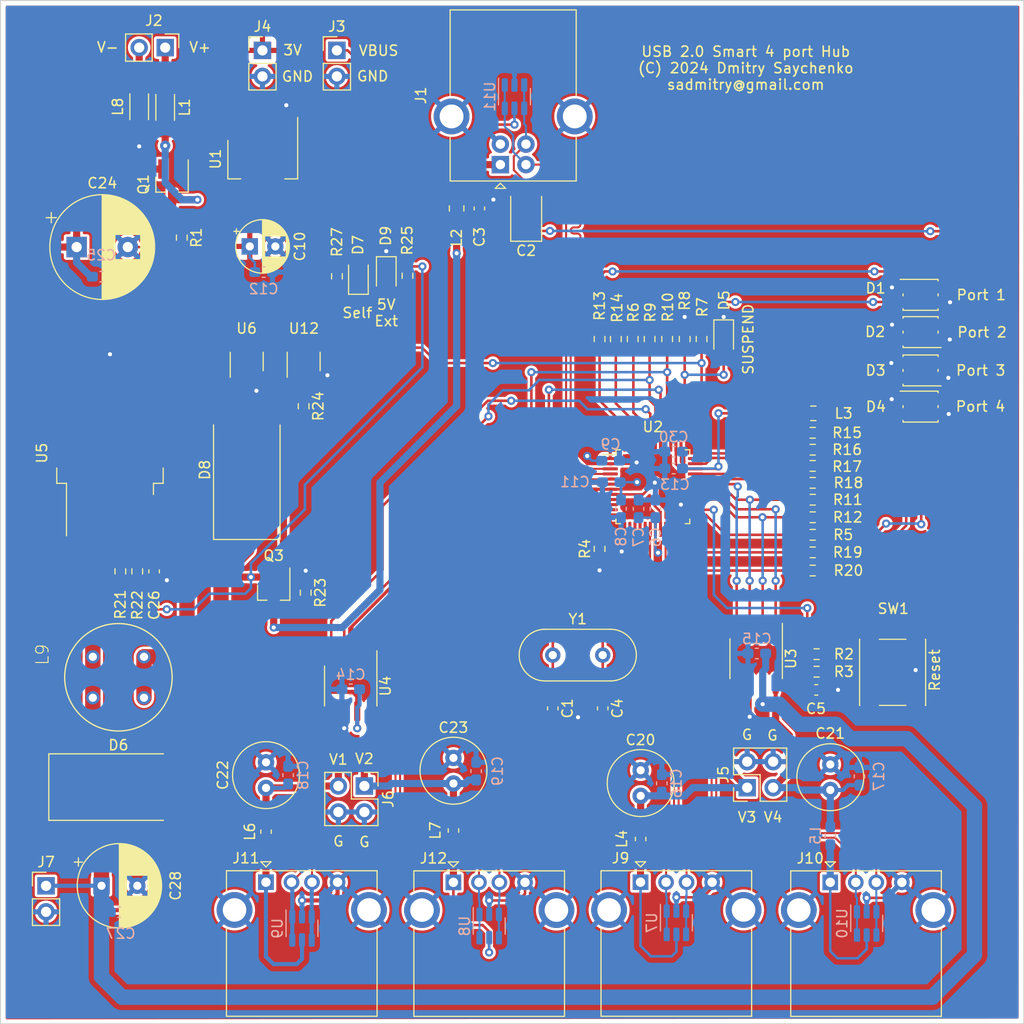
<source format=kicad_pcb>
(kicad_pcb (version 20211014) (generator pcbnew)
  (layers (0 "F.Cu" signal) (31 "B.Cu" signal) (34 "B.Paste" user) (35 "F.Paste" user) (36 "B.SilkS" user "B.Silkscreen") (37 "F.SilkS" user "F.Silkscreen") (38 "B.Mask" user) (39 "F.Mask" user) (44 "Edge.Cuts" user))
  (net 0 "")
  (net 1 "/X1")
  (net 2 "GND")
  (net 3 "/VBUS")
  (net 4 "/X2")
  (net 5 "/RESET")
  (net 6 "+3V3")
  (net 7 "/DVDD")
  (net 8 "/5V_EXT")
  (net 9 "/VBUS3")
  (net 10 "/VBUS4")
  (net 11 "/VBUS1")
  (net 12 "/VBUS2")
  (net 13 "/+12V_IN")
  (net 14 "Net-(C26-Pad1)")
  (net 15 "Net-(D9-Pad2)")
  (net 16 "Net-(D1-Pad2)")
  (net 17 "Net-(D1-Pad4)")
  (net 18 "Net-(D2-Pad2)")
  (net 19 "Net-(D2-Pad4)")
  (net 20 "Net-(D3-Pad2)")
  (net 21 "Net-(D3-Pad4)")
  (net 22 "Net-(D4-Pad2)")
  (net 23 "Net-(D4-Pad4)")
  (net 24 "/PGANG")
  (net 25 "Net-(D6-Pad1)")
  (net 26 "/VBUS_L")
  (net 27 "/VIN+")
  (net 28 "/VIN-")
  (net 29 "/PWREN1")
  (net 30 "/PWREN3")
  (net 31 "/OVRCUR1")
  (net 32 "/OVRCUR3")
  (net 33 "/PWREN2")
  (net 34 "/PWREN4")
  (net 35 "/OVRCUR2")
  (net 36 "/OVRCUR4")
  (net 37 "/VBUS3_L")
  (net 38 "/D3_N")
  (net 39 "/D3_P")
  (net 40 "/VBUS4_L")
  (net 41 "/D4_N")
  (net 42 "/D4_P")
  (net 43 "/VBUS1_L")
  (net 44 "/D1_N")
  (net 45 "/D1_P")
  (net 46 "/VBUS2_L")
  (net 47 "/D2_N")
  (net 48 "/D2_P")
  (net 49 "/VIN_L")
  (net 50 "Net-(Q1-Pad1)")
  (net 51 "Net-(D7-Pad1)")
  (net 52 "/PSELF")
  (net 53 "/GATE_CMD")
  (net 54 "Net-(R3-Pad1)")
  (net 55 "/RREF")
  (net 56 "/SEL48")
  (net 57 "/SEL27")
  (net 58 "/AMBER1")
  (net 59 "/GREEN1")
  (net 60 "/AMBER2")
  (net 61 "/GREEN2")
  (net 62 "/AMBER3")
  (net 63 "/GREEN3")
  (net 64 "/AMBER4")
  (net 65 "/GREEN4")
  (net 66 "/D0_N")
  (net 67 "/D0_P")
  (net 70 "Net-(D7-Pad2)")
  (footprint "Resistor_SMD:R_0603_1608Metric_Pad0.98x0.95mm_HandSolder" (layer "F.Cu") (at 17.7165 23.1775 -90)
    (fp_text reference "R1")
    (fp_text value "10k")
  )
  (footprint "Connector_PinHeader_2.54mm:PinHeader_2x02_P2.54mm_Vertical" (layer "F.Cu") (at 35.56 76.7665 -90)
    (fp_text reference "J6")
    (fp_text value "VBUS_12")
  )
  (footprint "Inductor_SMD:L_0805_2012Metric_Pad1.15x1.40mm_HandSolder" (layer "F.Cu") (at 44.577 20.32 -90)
    (fp_text reference "L2")
    (fp_text value "L")
  )
  (footprint "Package_TO_SOT_SMD:SOT-23_Handsoldering" (layer "F.Cu") (at 16.764 17.9705 -90)
    (fp_text reference "Q1")
    (fp_text value "AO3401A")
  )
  (footprint "Resistor_SMD:R_0603_1608Metric_Pad0.98x0.95mm_HandSolder" (layer "F.Cu") (at 32.8795 26.9535 90)
    (fp_text reference "R27")
    (fp_text value "1k")
  )
  (footprint "Capacitor_THT:C_Radial_D6.3mm_H5.0mm_P2.50mm" (layer "F.Cu") (at 81.097 77.1575 90)
    (fp_text reference "C21")
    (fp_text value "47u")
  )
  (footprint "Capacitor_SMD:C_0603_1608Metric_Pad1.08x0.95mm_HandSolder" (layer "F.Cu") (at 46.7995 20.32 90)
    (fp_text reference "C3")
    (fp_text value "100n")
  )
  (footprint "Inductor_SMD:L_0603_1608Metric_Pad1.05x0.95mm_HandSolder" (layer "F.Cu") (at 44.267 81.1145 -90)
    (fp_text reference "L7")
    (fp_text value "FB")
  )
  (footprint "Package_TO_SOT_SMD:SOT-23-5_HandSoldering" (layer "F.Cu") (at 29.625 35.275 90)
    (fp_text reference "U12")
    (fp_text value "74LVC1G06")
  )
  (footprint "Capacitor_THT:CP_Radial_D10.0mm_P5.00mm" (layer "F.Cu") (at 7.440323 24.0955)
    (fp_text reference "C24")
    (fp_text value "10u")
  )
  (footprint "Resistor_SMD:R_0603_1608Metric_Pad0.98x0.95mm_HandSolder" (layer "F.Cu") (at 29.825 57.875 -90)
    (fp_text reference "R23")
    (fp_text value "10k")
  )
  (footprint "Resistor_SMD:R_0603_1608Metric_Pad0.98x0.95mm_HandSolder" (layer "F.Cu") (at 79.375 45.486 180)
    (fp_text reference "R17")
    (fp_text value "1k")
  )
  (footprint "Package_TO_SOT_SMD:SOT-223-3_TabPin2" (layer "F.Cu") (at 25.63 15.5235 -90)
    (fp_text reference "U1")
    (fp_text value "LM1117-3.3")
  )
  (footprint "LED_SMD:LED_Kingbright_AAA3528ESGCT" (layer "F.Cu") (at 89.916 36.1515 180)
    (fp_text reference "D3")
    (fp_text value "Port 3")
  )
  (footprint "Connector_USB:USB_A_CONNFLY_DS1095-WNR0" (layer "F.Cu") (at 25.942 86.169)
    (fp_text reference "J11")
    (fp_text value "USB_A")
  )
  (footprint "Capacitor_SMD:C_0603_1608Metric_Pad1.08x0.95mm_HandSolder" (layer "F.Cu") (at 58.855 69.182 -90)
    (fp_text reference "C4")
    (fp_text value "16p")
  )
  (footprint "Inductor_SMD:L_0603_1608Metric_Pad1.05x0.95mm_HandSolder" (layer "F.Cu") (at 25.9495 81.2285 -90)
    (fp_text reference "L6")
    (fp_text value "FB")
  )
  (footprint "Capacitor_Tantalum_SMD:CP_EIA-3528-21_Kemet-B_Pad1.50x2.35mm_HandSolder" (layer "F.Cu") (at 51.3715 20.8915 90)
    (fp_text reference "C2")
    (fp_text value "10u")
  )
  (footprint "LED_SMD:LED_0805_2012Metric_Pad1.15x1.40mm_HandSolder" (layer "F.Cu") (at 70.6755 33.0745 -90)
    (fp_text reference "D5")
    (fp_text value "SUSPEND")
  )
  (footprint "Resistor_SMD:R_0603_1608Metric_Pad0.98x0.95mm_HandSolder" (layer "F.Cu") (at 58.547 33.0835 -90)
    (fp_text reference "R13")
    (fp_text value "1k")
  )
  (footprint "Package_SO:SOIC-8_3.9x4.9mm_P1.27mm" (layer "F.Cu") (at 34.2265 66.994 -90)
    (fp_text reference "U4")
    (fp_text value "MIC2026-1BN")
  )
  (footprint "Resistor_SMD:R_0603_1608Metric_Pad0.98x0.95mm_HandSolder" (layer "F.Cu") (at 79.375 52.217 180)
    (fp_text reference "R5")
    (fp_text value "100k")
  )
  (footprint "LED_SMD:LED_0805_2012Metric_Pad1.15x1.40mm_HandSolder" (layer "F.Cu") (at 37.7 26.9 -90)
    (fp_text reference "D9")
    (fp_text value "Ext Power")
  )
  (footprint "Capacitor_SMD:C_0603_1608Metric_Pad1.08x0.95mm_HandSolder" (layer "F.Cu") (at 79.719 67.3735)
    (fp_text reference "C5")
    (fp_text value "1u")
  )
  (footprint "Resistor_SMD:R_0603_1608Metric_Pad0.98x0.95mm_HandSolder" (layer "F.Cu") (at 79.756 65.5955 180)
    (fp_text reference "R3")
    (fp_text value "100R")
  )
  (footprint "Connector_PinHeader_2.54mm:PinHeader_1x02_P2.54mm_Vertical" (layer "F.Cu") (at 16.0945 4.601 -90)
    (fp_text reference "J2")
    (fp_text value "12V")
  )
  (footprint "Crystal:Crystal_HC49-4H_Vertical" (layer "F.Cu") (at 53.975 63.975)
    (fp_text reference "Y1")
    (fp_text value "12 MHz")
  )
  (footprint "Resistor_SMD:R_0603_1608Metric_Pad0.98x0.95mm_HandSolder" (layer "F.Cu") (at 60.1345 33.0835 -90)
    (fp_text reference "R14")
    (fp_text value "1k")
  )
  (footprint "Capacitor_THT:CP_Radial_D5.0mm_P2.50mm" (layer "F.Cu") (at 24.361387 24.0325)
    (fp_text reference "C10")
    (fp_text value "10u")
  )
  (footprint "Resistor_SMD:R_0603_1608Metric_Pad0.98x0.95mm_HandSolder" (layer "F.Cu") (at 39.775 26.9 90)
    (fp_text reference "R25")
    (fp_text value "1k")
  )
  (footprint "Package_TO_SOT_SMD:SOT-23-5_HandSoldering" (layer "F.Cu") (at 24.06 35.275 90)
    (fp_text reference "U6")
    (fp_text value "74LVC1G06")
  )
  (footprint "Button_Switch_SMD:SW_Push_1P1T_NO_6x6mm_H9.5mm" (layer "F.Cu") (at 87.1855 65.659 -90)
    (fp_text reference "SW1")
    (fp_text value "Reset")
  )
  (footprint "Connector_USB:USB_A_CONNFLY_DS1095-WNR0" (layer "F.Cu") (at 81.0895 86.182)
    (fp_text reference "J10")
    (fp_text value "USB_A")
  )
  (footprint "Package_TO_SOT_SMD:TO-263-5_TabPin3" (layer "F.Cu") (at 10.697 44.2345 90)
    (fp_text reference "U5")
    (fp_text value "LM2596S-ADJ")
  )
  (footprint "Resistor_SMD:R_0603_1608Metric_Pad0.98x0.95mm_HandSolder" (layer "F.Cu") (at 79.375 48.788 180)
    (fp_text reference "R11")
    (fp_text value "100k")
  )
  (footprint "LED_SMD:LED_Kingbright_AAA3528ESGCT" (layer "F.Cu") (at 89.916 32.405 180)
    (fp_text reference "D2")
    (fp_text value "Port 2")
  )
  (footprint "Resistor_SMD:R_0603_1608Metric_Pad0.98x0.95mm_HandSolder" (layer "F.Cu") (at 79.375 47.137 180)
    (fp_text reference "R18")
    (fp_text value "1k")
  )
  (footprint "Connector_USB:USB_B_OST_USB-B1HSxx_Horizontal" (layer "F.Cu") (at 48.8515 16.039 90)
    (fp_text reference "J1")
    (fp_text value "USB_B")
  )
  (footprint "Resistor_SMD:R_0603_1608Metric_Pad0.98x0.95mm_HandSolder" (layer "F.Cu") (at 29.625 39.65 -90)
    (fp_text reference "R24")
    (fp_text value "100k")
  )
  (footprint "Capacitor_THT:C_Radial_D6.3mm_H5.0mm_P2.50mm" (layer "F.Cu") (at 62.5625 77.729 90)
    (fp_text reference "C20")
    (fp_text value "47u")
  )
  (footprint "LED_SMD:LED_0805_2012Metric_Pad1.15x1.40mm_HandSolder" (layer "F.Cu") (at 34.975 26.85 90)
    (fp_text reference "D7")
    (fp_text value "Self Power")
  )
  (footprint "Package_SO:SOIC-8_3.9x4.9mm_P1.27mm" (layer "F.Cu") (at 73.8505 64.324 -90)
    (fp_text reference "U3")
    (fp_text value "MIC2026-1BN")
  )
  (footprint "LED_SMD:LED_Kingbright_AAA3528ESGCT" (layer "F.Cu") (at 89.916 39.6875)
    (fp_text reference "D4")
    (fp_text value "Port 4")
  )
  (footprint "Resistor_SMD:R_0603_1608Metric_Pad0.98x0.95mm_HandSolder" (layer "F.Cu") (at 79.375 50.5025)
    (fp_text reference "R12")
    (fp_text value "100k")
  )
  (footprint "Package_TO_SOT_SMD:SOT-23_Handsoldering" (layer "F.Cu") (at 26.7 57.85 -90)
    (fp_text reference "Q3")
    (fp_text value "IRLML6402")
  )
  (footprint "a-real-old-lib:RCH110" (layer "F.Cu") (at 11.5225 66.142 -90)
    (fp_text reference "L9")
    (fp_text value "RCH-110")
  )
  (footprint "Resistor_SMD:R_0603_1608Metric_Pad0.98x0.95mm_HandSolder" (layer "F.Cu") (at 66.8655 33.0835 90)
    (fp_text reference "R8")
    (fp_text value "100k")
  )
  (footprint "Resistor_SMD:R_0603_1608Metric_Pad0.98x0.95mm_HandSolder" (layer "F.Cu") (at 61.7855 33.0835 90)
    (fp_text reference "R6")
    (fp_text value "100k")
  )
  (footprint "Capacitor_SMD:C_0603_1608Metric_Pad1.08x0.95mm_HandSolder" (layer "F.Cu") (at 15.015 55.7915 -90)
    (fp_text reference "C26")
    (fp_text value "33nF")
  )
  (footprint "Connector_PinHeader_2.54mm:PinHeader_2x02_P2.54mm_Vertical" (layer "F.Cu") (at 72.9715 76.9285 90)
    (fp_text reference "J5")
    (fp_text value "VBUS_34")
  )
  (footprint "Resistor_SMD:R_0603_1608Metric_Pad0.98x0.95mm_HandSolder" (layer "F.Cu") (at 79.375 53.9315 180)
    (fp_text reference "R19")
    (fp_text value "1k")
  )
  (footprint "Resistor_SMD:R_0603_1608Metric_Pad0.98x0.95mm_HandSolder" (layer "F.Cu") (at 79.756 63.881)
    (fp_text reference "R2")
    (fp_text value "10k")
  )
  (footprint "Resistor_SMD:R_0603_1608Metric_Pad0.98x0.95mm_HandSolder" (layer "F.Cu") (at 65.151 33.0835 90)
    (fp_text reference "R10")
    (fp_text value "100k")
  )
  (footprint "Capacitor_SMD:C_0603_1608Metric_Pad1.08x0.95mm_HandSolder" (layer "F.Cu") (at 53.975 69.182 -90)
    (fp_text reference "C1")
    (fp_text value "16p")
  )
  (footprint "Resistor_SMD:R_0603_1608Metric_Pad0.98x0.95mm_HandSolder" (layer "F.Cu") (at 79.375 55.7095 180)
    (fp_text reference "R20")
    (fp_text value "1k")
  )
  (footprint "Connector_USB:USB_A_CONNFLY_DS1095-WNR0" (layer "F.Cu") (at 62.5475 86.1695)
    (fp_text reference "J9")
    (fp_text value "USB_A")
  )
  (footprint "Diode_SMD:D_SMC_Handsoldering" (layer "F.Cu") (at 11.5225 76.8735)
    (fp_text reference "D6")
    (fp_text value "MBRA340T3G")
  )
  (footprint "Connector_PinHeader_2.54mm:PinHeader_1x02_P2.54mm_Vertical" (layer "F.Cu") (at 4.45 86.525)
    (fp_text reference "J7")
    (fp_text value "5VExt")
  )
  (footprint "Resistor_SMD:R_0603_1608Metric_Pad0.98x0.95mm_HandSolder" (layer "F.Cu") (at 13.364 55.7915 -90)
    (fp_text reference "R22")
    (fp_text value "1,00k")
  )
  (footprint "Capacitor_THT:C_Radial_D6.3mm_H5.0mm_P2.50mm" (layer "F.Cu") (at 25.9495 76.954 90)
    (fp_text reference "C22")
    (fp_text value "47u")
  )
  (footprint "Resistor_SMD:R_0603_1608Metric_Pad0.98x0.95mm_HandSolder" (layer "F.Cu") (at 63.4365 33.0835 -90)
    (fp_text reference "R9")
    (fp_text value "100k")
  )
  (footprint "Inductor_SMD:L_1806_4516Metric_Pad1.45x1.90mm_HandSolder" (layer "F.Cu") (at 16.0945 10.443 -90)
    (fp_text reference "L1")
    (fp_text value "BLM41PG181SN1L")
  )
  (footprint "Capacitor_THT:CP_Radial_D8.0mm_P3.50mm" (layer "F.Cu") (at 9.869849 86.516)
    (fp_text reference "C28")
    (fp_text value "470u")
  )
  (footprint "Inductor_SMD:L_0603_1608Metric_Pad1.05x0.95mm_HandSolder" (layer "F.Cu") (at 62.5625 81.94 -90)
    (fp_text reference "L4")
    (fp_text value "FB")
  )
  (footprint "Resistor_SMD:R_0603_1608Metric_Pad0.98x0.95mm_HandSolder" (layer "F.Cu") (at 58.547 53.594 90)
    (fp_text reference "R4")
    (fp_text value "680R")
  )
  (footprint "Package_QFP:LQFP-48_7x7mm_P0.5mm" (layer "F.Cu") (at 63.754 47.518)
    (fp_text reference "U2")
    (fp_text value "GL852G")
  )
  (footprint "LED_SMD:LED_Kingbright_AAA3528ESGCT" (layer "F.Cu") (at 89.916 28.7655)
    (fp_text reference "D1")
    (fp_text value "Port 1")
  )
  (footprint "Connector_PinHeader_2.54mm:PinHeader_1x02_P2.54mm_Vertical" (layer "F.Cu") (at 32.875 4.875)
    (fp_text reference "J3")
    (fp_text value "VBUS")
  )
  (footprint "Capacitor_THT:C_Radial_D6.3mm_H5.0mm_P2.50mm" (layer "F.Cu") (at 44.267 76.5225 90)
    (fp_text reference "C23")
    (fp_text value "47u")
  )
  (footprint "Resistor_SMD:R_0603_1608Metric_Pad0.98x0.95mm_HandSolder" (layer "F.Cu") (at 79.375 42.2475 180)
    (fp_text reference "R15")
    (fp_text value "1k")
  )
  (footprint "Connector_USB:USB_A_CONNFLY_DS1095-WNR0" (layer "F.Cu") (at 44.2595 86.182)
    (fp_text reference "J12")
    (fp_text value "USB_A")
  )
  (footprint "Resistor_SMD:R_0603_1608Metric_Pad0.98x0.95mm_HandSolder" (layer "F.Cu") (at 79.375 43.8985 180)
    (fp_text reference "R16")
    (fp_text value "1k")
  )
  (footprint "Inductor_SMD:L_0805_2012Metric_Pad1.15x1.40mm_HandSolder" (layer "F.Cu") (at 79.4385 40.3425)
    (fp_text reference "L3")
    (fp_text value "L")
  )
  (footprint "Resistor_SMD:R_0603_1608Metric_Pad0.98x0.95mm_HandSolder" (layer "F.Cu") (at 68.5165 33.0835 90)
    (fp_text reference "R7")
    (fp_text value "100k")
  )
  (footprint "Diode_SMD:D_SMC_Handsoldering" (layer "F.Cu") (at 24.069 45.875 90)
    (fp_text reference "D8")
    (fp_text value "MBRA340T3G")
  )
  (footprint "Inductor_SMD:L_1806_4516Metric_Pad1.45x1.90mm_HandSolder" (layer "F.Cu") (at 13.5545 10.3795 -90)
    (fp_text reference "L8")
    (fp_text value "BLM41PG181SN1L")
  )
  (footprint "Connector_PinHeader_2.54mm:PinHeader_1x02_P2.54mm_Vertical" (layer "F.Cu") (at 25.6 4.875)
    (fp_text reference "J4")
    (fp_text value "3.3V")
  )
  (footprint "Resistor_SMD:R_0603_1608Metric_Pad0.98x0.95mm_HandSolder" (layer "F.Cu") (at 11.713 55.7915 90)
    (fp_text reference "R21")
    (fp_text value "3,09k")
  )
  (footprint "Capacitor_SMD:C_0603_1608Metric_Pad1.08x0.95mm_HandSolder" (layer "B.Cu") (at 46.482 75.311 90)
    (fp_text reference "C19")
    (fp_text value "100n")
  )
  (footprint "Package_TO_SOT_SMD:SOT-23-6" (layer "B.Cu") (at 66.055 90.1315 -90)
    (fp_text reference "U7")
    (fp_text value "WE-TVS-82400102")
  )
  (footprint "Capacitor_SMD:C_0603_1608Metric_Pad1.08x0.95mm_HandSolder" (layer "B.Cu") (at 65.786 45.74 180)
    (fp_text reference "C13")
    (fp_text value "100n")
  )
  (footprint "Capacitor_SMD:C_0603_1608Metric_Pad1.08x0.95mm_HandSolder" (layer "B.Cu") (at 11.586 89.0905)
    (fp_text reference "C27")
    (fp_text value "100n")
  )
  (footprint "Package_TO_SOT_SMD:SOT-23-6" (layer "B.Cu") (at 29.464 90.678 -90)
    (fp_text reference "U9")
    (fp_text value "WE-TVS-82400102")
  )
  (footprint "Capacitor_SMD:C_0603_1608Metric_Pad1.08x0.95mm_HandSolder" (layer "B.Cu") (at 64.008 49.677 90)
    (fp_text reference "C6")
    (fp_text value "100n")
  )
  (footprint "Capacitor_SMD:C_0603_1608Metric_Pad1.08x0.95mm_HandSolder" (layer "B.Cu") (at 62.357 49.677 90)
    (fp_text reference "C7")
    (fp_text value "100n")
  )
  (footprint "Capacitor_SMD:C_0603_1608Metric_Pad1.08x0.95mm_HandSolder" (layer "B.Cu") (at 9.8425 26.9875)
    (fp_text reference "C25")
    (fp_text value "100n")
  )
  (footprint "Capacitor_SMD:C_0603_1608Metric_Pad1.08x0.95mm_HandSolder" (layer "B.Cu") (at 64.6285 76.5095 90)
    (fp_text reference "C16")
    (fp_text value "100n")
  )
  (footprint "Capacitor_SMD:C_0603_1608Metric_Pad1.08x0.95mm_HandSolder" (layer "B.Cu") (at 59.6265 44.978)
    (fp_text reference "C9")
    (fp_text value "100n")
  )
  (footprint "Inductor_SMD:L_0603_1608Metric_Pad1.05x0.95mm_HandSolder" (layer "B.Cu") (at 81.097 81.6225 -90)
    (fp_text reference "L5")
    (fp_text value "FB")
  )
  (footprint "Capacitor_SMD:C_0603_1608Metric_Pad1.08x0.95mm_HandSolder" (layer "B.Cu") (at 25.7175 26.543)
    (fp_text reference "C12")
    (fp_text value "100n")
  )
  (footprint "Package_TO_SOT_SMD:SOT-23-6" (layer "B.Cu") (at 47.7595 90.449 -90)
    (fp_text reference "U8")
    (fp_text value "WE-TVS-82400102")
  )
  (footprint "Capacitor_SMD:C_0603_1608Metric_Pad1.08x0.95mm_HandSolder" (layer "B.Cu") (at 73.914 63.8175 180)
    (fp_text reference "C15")
    (fp_text value "100n")
  )
  (footprint "Capacitor_SMD:C_0603_1608Metric_Pad1.08x0.95mm_HandSolder" (layer "B.Cu") (at 34.2265 67.3115 180)
    (fp_text reference "C14")
    (fp_text value "100n")
  )
  (footprint "Capacitor_SMD:C_0603_1608Metric_Pad1.08x0.95mm_HandSolder" (layer "B.Cu") (at 60.6425 49.677 -90)
    (fp_text reference "C8")
    (fp_text value "100n")
  )
  (footprint "Package_TO_SOT_SMD:SOT-23-6" (layer "B.Cu") (at 50.2285 9.398 -90)
    (fp_text reference "U11")
    (fp_text value "WE-TVS-82400102")
  )
  (footprint "Capacitor_SMD:C_0603_1608Metric_Pad1.08x0.95mm_HandSolder" (layer "B.Cu") (at 83.947 75.819 90)
    (fp_text reference "C17")
    (fp_text value "100n")
  )
  (footprint "Capacitor_SMD:C_0603_1608Metric_Pad1.08x0.95mm_HandSolder" (layer "B.Cu") (at 65.786 44.089 180)
    (fp_text reference "C30")
    (fp_text value "100n")
  )
  (footprint "Capacitor_SMD:C_0603_1608Metric_Pad1.08x0.95mm_HandSolder" (layer "B.Cu") (at 28.1085 75.704 90)
    (fp_text reference "C18")
    (fp_text value "100n")
  )
  (footprint "Package_TO_SOT_SMD:SOT-23-6" (layer "B.Cu") (at 84.653 90.195 -90)
    (fp_text reference "U10")
    (fp_text value "WE-TVS-82400102")
  )
  (footprint "Capacitor_SMD:C_0603_1608Metric_Pad1.08x0.95mm_HandSolder" (layer "B.Cu") (at 59.69 47.0735 180)
    (fp_text reference "C11")
    (fp_text value "100n")
  )
  (gr_rect (start 0 0) (end 100 100) (layer "Edge.Cuts") (width 0.1) (fill none))
  (gr_text "G" (at 72.9615 71.755) (layer "F.SilkS") (effects (font (size 1 1))))
  (gr_text "V2" (at 35.56 74.1045) (layer "F.SilkS") (effects (font (size 1 1))))
  (gr_text "V3" (at 72.9615 79.8195) (layer "F.SilkS") (effects (font (size 1 1))))
  (gr_text "SUSPEND" (at 73.075 33.1 90) (layer "F.SilkS") (effects (font (size 1 1))))
  (gr_text "G" (at 35.56 82.2325) (layer "F.SilkS") (effects (font (size 1 1))))
  (gr_text "G" (at 33.02 82.169) (layer "F.SilkS") (effects (font (size 1 1))))
  (gr_text "V-" (at 10.4775 4.572) (layer "F.SilkS") (effects (font (size 1 1))))
  (gr_text "3V" (at 28.55 4.85) (layer "F.SilkS") (effects (font (size 1 1))))
  (gr_text "Reset" (at 91.3 65.45 90) (layer "F.SilkS") (effects (font (size 1 1))))
  (gr_text "Port 1" (at 95.85 28.775) (layer "F.SilkS") (effects (font (size 1 1))))
  (gr_text "Port 2" (at 95.925 32.425) (layer "F.SilkS") (effects (font (size 1 1))))
  (gr_text "V4" (at 75.5015 79.8195) (layer "F.SilkS") (effects (font (size 1 1))))
  (gr_text "Port 4" (at 95.775 39.675) (layer "F.SilkS") (effects (font (size 1 1))))
  (gr_text "G" (at 75.438 71.8185) (layer "F.SilkS") (effects (font (size 1 1))))
  (gr_text "GND" (at 36.375 7.4) (layer "F.SilkS") (effects (font (size 1 1))))
  (gr_text "GND" (at 29.025 7.425) (layer "F.SilkS") (effects (font (size 1 1))))
  (gr_text "Port 3" (at 95.8 36.15) (layer "F.SilkS") (effects (font (size 1 1))))
  (gr_text "V1" (at 33.02 74.168) (layer "F.SilkS") (effects (font (size 1 1))))
  (gr_text "Self" (at 34.875 30.525) (layer "F.SilkS") (effects (font (size 1 1))))
  (gr_text "5V\nExt" (at 37.7 30.525) (layer "F.SilkS") (effects (font (size 1 1))))
  (gr_text "USB 2.0 Smart 4 port Hub\n(C) 2024 Dmitry Saychenko\nsadmitry@gmail.com" (at 72.8345 6.604) (layer "F.SilkS") (effects (font (size 1 1))))
  (gr_text "V+" (at 19.4945 4.572) (layer "F.SilkS") (effects (font (size 1 1))))
  (gr_text "VBUS" (at 36.95 4.9) (layer "F.SilkS") (effects (font (size 1 1))))
  (segment (start 61.504 51.6805) (end 61.504 57.721) (width 0.25) (layer "F.Cu") (net 1))
  (segment (start 53.975 62.75) (end 53.975 63.975) (width 0.25) (layer "F.Cu") (net 1))
  (segment (start 57.9 61.325) (end 55.4 61.325) (width 0.25) (layer "F.Cu") (net 1))
  (segment (start 61.504 57.721) (end 57.9 61.325) (width 0.25) (layer "F.Cu") (net 1))
  (segment (start 53.975 68.3195) (end 53.975 63.975) (width 0.25) (layer "F.Cu") (net 1))
  (segment (start 55.4 61.325) (end 53.975 62.75) (width 0.25) (layer "F.Cu") (net 1))
  (segment (start 60.706 53.848) (end 61.004 53.55) (width 0.25) (layer "F.Cu") (net 2))
  (segment (start 48.869 19.2665) (end 51.3715 19.2665) (width 0.7) (layer "F.Cu") (net 2))
  (segment (start 25.01 36.625) (end 25.01 38.14) (width 0.25) (layer "F.Cu") (net 2))
  (segment (start 66.8655 32.171) (end 66.8655 30.9245) (width 0.25) (layer "F.Cu") (net 2))
  (segment (start 51.2595 86.182) (end 51.2595 87.2975) (width 0.25) (layer "F.Cu") (net 2))
  (segment (start 13.364 56.704) (end 14.965 56.704) (width 0.25) (layer "F.Cu") (net 2))
  (segment (start 91.316 36.8765) (end 92.6295 36.8765) (width 0.25) (layer "F.Cu") (net 2))
  (segment (start 33.5915 69.469) (end 33.5915 71.12) (width 0.25) (layer "F.Cu") (net 2))
  (segment (start 13.369849 84.229651) (end 15.9225 81.677) (width 1.5) (layer "F.Cu") (net 2))
  (segment (start 48.17 19.4575) (end 48.678 19.4575) (width 0.7) (layer "F.Cu") (net 2))
  (segment (start 64.504 49.9625) (end 63.9445 49.403) (width 0.25) (layer "F.Cu") (net 2))
  (segment (start 46.7995 19.4575) (end 48.17 19.4575) (width 0.7) (layer "F.Cu") (net 2))
  (segment (start 27.93 12.3735) (end 27.93 10.2335) (width 0.4) (layer "F.Cu") (net 2))
  (segment (start 89.4355 61.684) (end 89.4355 65.441) (width 0.25) (layer "F.Cu") (net 2))
  (segment (start 17.7165 24.09) (end 17.711 24.0955) (width 0.25) (layer "F.Cu") (net 2))
  (segment (start 88.516 31.68) (end 87.1285 31.68) (width 0.25) (layer "F.Cu") (net 2))
  (segment (start 10.697 50.0095) (end 10.697 40.8595) (width 0.7) (layer "F.Cu") (net 2))
  (segment (start 64.504 51.6805) (end 64.504 49.9625) (width 0.25) (layer "F.Cu") (net 2))
  (segment (start 67.9165 49.268) (end 66.4925 49.268) (width 0.25) (layer "F.Cu") (net 2))
  (segment (start 29.825 56.9625) (end 29.825 55.725) (width 0.25) (layer "F.Cu") (net 2))
  (segment (start 62.047 45.268) (end 62.1665 45.1485) (width 0.25) (layer "F.Cu") (net 2))
  (segment (start 91.316 40.4125) (end 92.673 40.4125) (width 0.25) (layer "F.Cu") (net 2))
  (segment (start 30.575 36.625) (end 31.95 36.625) (width 0.25) (layer "F.Cu") (net 2))
  (segment (start 53.975 70.0445) (end 56.442 70.0445) (width 0.25) (layer "F.Cu") (net 2))
  (segment (start 91.316 29.4905) (end 92.8 29.4905) (width 0.25) (layer "F.Cu") (net 2))
  (segment (start 13.5545 12.5795) (end 13.5545 14.253) (width 0.7) (layer "F.Cu") (net 2))
  (segment (start 88.516 35.4265) (end 87.0585 35.4265) (width 0.25) (layer "F.Cu") (net 2))
  (segment (start 15.9225 81.677) (end 15.9225 76.8735) (width 1.5) (layer "F.Cu") (net 2))
  (segment (start 88.516 38.9625) (end 87.0955 38.9625) (width 0.25) (layer "F.Cu") (net 2))
  (segment (start 86.5705 87.701) (end 84.653 87.701) (width 0.25) (layer "F.Cu") (net 2))
  (segment (start 68.6285 87.645) (end 66.055 87.645) (width 0.25) (layer "F.Cu") (net 2))
  (segment (start 50.602 87.955) (end 47.7595 87.955) (width 0.25) (layer "F.Cu") (net 2))
  (segment (start 89.4355 65.441) (end 89.4355 69.634) (width 0.25) (layer "F.Cu") (net 2))
  (segment (start 88.0895 86.182) (end 86.5705 87.701) (width 0.25) (layer "F.Cu") (net 2))
  (segment (start 17.711 24.0955) (end 12.440323 24.0955) (width 0.25) (layer "F.Cu") (net 2))
  (segment (start 48.678 19.4575) (end 48.869 19.2665) (width 0.7) (layer "F.Cu") (net 2))
  (segment (start 73.2155 66.799) (end 73.2155 70) (width 0.4) (layer "F.Cu") (net 2))
  (segment (start 63.9445 49.403) (end 63.9445 47.117) (width 0.25) (layer "F.Cu") (net 2))
  (segment (start 59.5915 48.268) (end 62.7935 48.268) (width 0.25) (layer "F.Cu") (net 2))
  (segment (start 69.5475 86.726) (end 68.6285 87.645) (width 0.25) (layer "F.Cu") (net 2))
  (segment (start 32.942 87.327) (end 32.3215 87.9475) (width 0.4) (layer "F.Cu") (net 2))
  (segment (start 80.5815 67.3735) (end 81.8515 67.3735) (width 0.25) (layer "F.Cu") (net 2))
  (segment (start 58.547 54.5065) (end 58.547 55.6895) (width 0.25) (layer "F.Cu") (net 2))
  (segment (start 61.004 53.55) (end 61.004 51.6805) (width 0.25) (layer "F.Cu") (net 2))
  (segment (start 32.3215 87.9475) (end 29.464 87.9475) (width 0.4) (layer "F.Cu") (net 2))
  (segment (start 14.097 50.0095) (end 14.097 44.2595) (width 0.25) (layer "F.Cu") (net 2))
  (segment (start 88.516 28.0405) (end 87.122 28.0405) (width 0.25) (layer "F.Cu") (net 2))
  (segment (start 13.369849 86.516) (end 13.369849 84.229651) (width 1.5) (layer "F.Cu") (net 2))
  (segment (start 10.697 40.8595) (end 10.697 34.573) (width 0.7) (layer "F.Cu") (net 2))
  (segment (start 51.2595 87.2975) (end 50.602 87.955) (width 0.25) (layer "F.Cu") (net 2))
  (segment (start 37.7 25.875) (end 37.7 24.5) (width 0.25) (layer "F.Cu") (net 2))
  (segment (start 91.316 33.13) (end 92.7735 33.13) (width 0.25) (layer "F.Cu") (net 2))
  (segment (start 32.942 86.169) (end 32.942 87.327) (width 0.4) (layer "F.Cu") (net 2))
  (segment (start 69.5475 86.1695) (end 69.5475 86.726) (width 0.25) (layer "F.Cu") (net 2))
  (segment (start 70.6755 32.0495) (end 70.6755 30.9245) (width 0.25) (layer "F.Cu") (net 2))
  (segment (start 56.442 70.0445) (end 58.855 70.0445) (width 0.25) (layer "F.Cu") (net 2))
  (segment (start 15.015 56.654) (end 16.256 56.654) (width 0.25) (layer "F.Cu") (net 2))
  (segment (start 62.7935 48.268) (end 63.9445 47.117) (width 0.25) (layer "F.Cu") (net 2))
  (segment (start 59.5915 45.268) (end 62.047 45.268) (width 0.25) (layer "F.Cu") (net 2))
  (via (at 70.6755 30.9245) (size 0.8) (drill 0.4) (layers "F.Cu" "B.Cu") (net 2))
  (via (at 66.4925 49.268) (size 0.8) (drill 0.4) (layers "F.Cu" "B.Cu") (net 2))
  (via (at 10.697 34.573) (size 0.8) (drill 0.4) (layers "F.Cu" "B.Cu") (net 2))
  (via (at 31.95 36.625) (size 0.8) (drill 0.4) (layers "F.Cu" "B.Cu") (net 2))
  (via (at 66.055 87.645) (size 0.8) (drill 0.4) (layers "F.Cu" "B.Cu") (net 2))
  (via (at 37.7 24.5) (size 0.8) (drill 0.4) (layers "F.Cu" "B.Cu") (net 2))
  (via (at 47.7595 87.955) (size 0.8) (drill 0.4) (layers "F.Cu" "B.Cu") (net 2))
  (via (at 92.6295 36.8765) (size 0.8) (drill 0.4) (layers "F.Cu" "B.Cu") (net 2))
  (via (at 73.2155 70) (size 0.8) (drill 0.4) (layers "F.Cu" "B.Cu") (net 2))
  (via (at 66.8655 30.9245) (size 0.8) (drill 0.4) (layers "F.Cu" "B.Cu") (net 2))
  (via (at 29.825 55.725) (size 0.8) (drill 0.4) (layers "F.Cu" "B.Cu") (net 2))
  (via (at 56.442 70.0445) (size 0.8) (drill 0.4) (layers "F.Cu" "B.Cu") (net 2))
  (via (at 48.17 19.4575) (size 1) (drill 0.4) (layers "F.Cu" "B.Cu") (net 2))
  (via (at 13.5545 14.253) (size 1) (drill 0.4) (layers "F.Cu" "B.Cu") (net 2))
  (via (at 16.256 56.654) (size 0.8) (drill 0.4) (layers "F.Cu" "B.Cu") (net 2))
  (via (at 92.8 29.4905) (size 0.8) (drill 0.4) (layers "F.Cu" "B.Cu") (net 2))
  (via (at 63.9445 47.117) (size 0.8) (drill 0.4) (layers "F.Cu" "B.Cu") (net 2))
  (via (at 58.547 55.6895) (size 0.8) (drill 0.4) (layers "F.Cu" "B.Cu") (net 2))
  (via (at 25.01 38.14) (size 0.8) (drill 0.4) (layers "F.Cu" "B.Cu") (net 2))
  (via (at 84.653 87.701) (size 0.8) (drill 0.4) (layers "F.Cu" "B.Cu") (net 2))
  (via (at 87.0585 35.4265) (size 0.8) (drill 0.4) (layers "F.Cu" "B.Cu") (net 2))
  (via (at 81.8515 67.3735) (size 0.8) (drill 0.4) (layers "F.Cu" "B.Cu") (net 2))
  (via (at 92.673 40.4125) (size 0.8) (drill 0.4) (layers "F.Cu" "B.Cu") (net 2))
  (via (at 62.1665 45.1485) (size 0.8) (drill 0.4) (layers "F.Cu" "B.Cu") (net 2))
  (via (at 87.122 28.0405) (size 0.8) (drill 0.4) (layers "F.Cu" "B.Cu") (net 2))
  (via (at 89.4355 65.441) (size 0.8) (drill 0.4) (layers "F.Cu" "B.Cu") (net 2))
  (via (at 92.7735 33.13) (size 0.8) (drill 0.4) (layers "F.Cu" "B.Cu") (net 2))
  (via (at 87.0955 38.9625) (size 0.8) (drill 0.4) (layers "F.Cu" "B.Cu") (net 2))
  (via (at 27.93 10.2335) (size 1) (drill 0.4) (layers "F.Cu" "B.Cu") (net 2))
  (via (at 87.1285 31.68) (size 0.8) (drill 0.4) (layers "F.Cu" "B.Cu") (net 2))
  (via (at 33.5915 71.12) (size 0.8) (drill 0.4) (layers "F.Cu" "B.Cu") (net 2))
  (via (at 29.464 87.9475) (size 0.8) (drill 0.4) (layers "F.Cu" "B.Cu") (net 2))
  (via (at 60.706 53.848) (size 0.8) (drill 0.4) (layers "F.Cu" "B.Cu") (net 2))
  (segment (start 47.7595 89.3115) (end 47.7595 87.955) (width 0.25) (layer "B.Cu") (net 2))
  (segment (start 84.653 89.0575) (end 84.653 87.701) (width 0.25) (layer "B.Cu") (net 2))
  (segment (start 61.996 44.978) (end 62.1665 45.1485) (width 0.25) (layer "B.Cu") (net 2))
  (segment (start 66.055 88.994) (end 66.055 87.645) (width 0.25) (layer "B.Cu") (net 2))
  (segment (start 60.489 44.978) (end 61.996 44.978) (width 0.25) (layer "B.Cu") (net 2))
  (segment (start 92.202 22.5425) (end 94.2975 24.638) (width 0.25) (layer "F.Cu") (net 3))
  (segment (start 35.025 14.472) (end 35.539 14.986) (width 0.25) (layer "F.Cu") (net 3))
  (segment (start 39.624 19.2405) (end 39.624 16.3195) (width 0.7) (layer "F.Cu") (net 3))
  (segment (start 94.2975 48.641) (end 80.6685 62.27) (width 0.25) (layer "F.Cu") (net 3))
  (segment (start 49.6945 22.5165) (end 48.3605 21.1825) (width 0.7) (layer "F.Cu") (net 3))
  (segment (start 45.584 21.345) (end 45.7465 21.1825) (width 0.7) (layer "F.Cu") (net 3))
  (segment (start 23.33 14.313) (end 23.33 12.3735) (width 0.7) (layer "F.Cu") (net 3))
  (segment (start 38.2905 14.986) (end 35.539 14.986) (width 0.7) (layer "F.Cu") (net 3))
  (segment (start 80.6685 62.27) (end 80.6685 63.881) (width 0.25) (layer "F.Cu") (net 3))
  (segment (start 51.3715 22.5165) (end 49.6945 22.5165) (width 0.7) (layer "F.Cu") (net 3))
  (segment (start 44.577 21.345) (end 44.577 24.7015) (width 0.7) (layer "F.Cu") (net 3))
  (segment (start 90.8685 22.5425) (end 92.202 22.5425) (width 0.25) (layer "F.Cu") (net 3))
  (segment (start 44.577 21.345) (end 45.584 21.345) (width 0.7) (layer "F.Cu") (net 3))
  (segment (start 24.003 14.986) (end 23.33 14.313) (width 0.7) (layer "F.Cu") (net 3))
  (segment (start 41.7285 21.345) (end 39.624 19.2405) (width 0.7) (layer "F.Cu") (net 3))
  (segment (start 26.7 61.275) (end 26.7 59.35) (width 0.7) (layer "F.Cu") (net 3))
  (segment (start 45.7465 21.1825) (end 46.7995 21.1825) (width 0.7) (layer "F.Cu") (net 3))
  (segment (start 35.539 14.986) (end 35.1155 14.986) (width 0.7) (layer "F.Cu") (net 3))
  (segment (start 44.577 21.345) (end 41.7285 21.345) (width 0.7) (layer "F.Cu") (net 3))
  (segment (start 35.025 5.975) (end 35.025 14.472) (width 0.25) (layer "F.Cu") (net 3))
  (segment (start 32.875 4.875) (end 33.925 4.875) (width 0.25) (layer "F.Cu") (net 3))
  (segment (start 39.624 16.3195) (end 38.2905 14.986) (width 0.7) (layer "F.Cu") (net 3))
  (segment (start 48.3605 21.1825) (end 46.7995 21.1825) (width 0.7) (layer "F.Cu") (net 3))
  (segment (start 94.2975 24.638) (end 94.2975 48.641) (width 0.25) (layer "F.Cu") (net 3))
  (segment (start 33.925 4.875) (end 35.025 5.975) (width 0.25) (layer "F.Cu") (net 3))
  (segment (start 35.1155 14.986) (end 24.003 14.986) (width 0.7) (layer "F.Cu") (net 3))
  (segment (start 51.3715 22.5165) (end 53.695 22.5165) (width 0.25) (layer "F.Cu") (net 3))
  (via (at 90.8685 22.5425) (size 0.8) (drill 0.4) (layers "F.Cu" "B.Cu") (net 3))
  (via (at 44.577 24.7015) (size 0.8) (drill 0.4) (layers "F.Cu" "B.Cu") (net 3))
  (via (at 53.695 22.5165) (size 0.8) (drill 0.4) (layers "F.Cu" "B.Cu") (net 3))
  (via (at 26.7025 61.2775) (size 0.8) (drill 0.4) (layers "F.Cu" "B.Cu") (net 3))
  (segment (start 33.401 61.2775) (end 37.084 57.5945) (width 0.7) (layer "B.Cu") (net 3))
  (segment (start 53.695 22.5165) (end 57.3145 22.5165) (width 0.25) (layer "B.Cu") (net 3))
  (segment (start 37.084 57.5945) (end 37.084 47.117) (width 0.7) (layer "B.Cu") (net 3))
  (segment (start 57.3405 22.5425) (end 90.8685 22.5425) (width 0.25) (layer "B.Cu") (net 3))
  (segment (start 26.7025 61.2775) (end 33.401 61.2775) (width 0.7) (layer "B.Cu") (net 3))
  (segment (start 57.3145 22.5165) (end 57.3405 22.5425) (width 0.25) (layer "B.Cu") (net 3))
  (segment (start 37.084 47.117) (end 44.577 39.624) (width 0.7) (layer "B.Cu") (net 3))
  (segment (start 44.577 39.624) (end 44.577 24.7015) (width 0.7) (layer "B.Cu") (net 3))
  (segment (start 62.004 51.6805) (end 62.004 58.392) (width 0.25) (layer "F.Cu") (net 4))
  (segment (start 58.855 61.541) (end 58.855 63.975) (width 0.25) (layer "F.Cu") (net 4))
  (segment (start 58.855 68.3195) (end 58.855 63.975) (width 0.25) (layer "F.Cu") (net 4))
  (segment (start 62.004 58.392) (end 58.855 61.541) (width 0.25) (layer "F.Cu") (net 4))
  (segment (start 78.8565 65.6085) (end 78.8435 65.5955) (width 0.25) (layer "F.Cu") (net 5))
  (segment (start 78.8565 67.3735) (end 78.8565 65.6085) (width 0.25) (layer "F.Cu") (net 5))
  (segment (start 78.8435 63.881) (end 78.8435 65.5955) (width 0.25) (layer "F.Cu") (net 5))
  (segment (start 69.707 49.768) (end 67.9165 49.768) (width 0.25) (layer "F.Cu") (net 5))
  (segment (start 78.8435 59.3815) (end 78.8435 63.881) (width 0.25) (layer "F.Cu") (net 5))
  (via (at 69.707 49.768) (size 0.8) (drill 0.4) (layers "F.Cu" "B.Cu") (net 5))
  (via (at 78.8435 59.3725) (size 0.8) (drill 0.4) (layers "F.Cu" "B.Cu") (net 5))
  (segment (start 78.8475 59.3725) (end 70.993 59.3725) (width 0.25) (layer "B.Cu") (net 5))
  (segment (start 69.723 49.784) (end 69.707 49.768) (width 0.25) (layer "B.Cu") (net 5))
  (segment (start 69.723 58.1025) (end 69.723 49.784) (width 0.25) (layer "B.Cu") (net 5))
  (segment (start 70.993 59.3725) (end 69.723 58.1025) (width 0.25) (layer "B.Cu") (net 5))
  (segment (start 61.5155 47.768) (end 62.21 47.0735) (width 0.25) (layer "F.Cu") (net 6))
  (segment (start 59.5915 44.768) (end 57.595 44.768) (width 0.25) (layer "F.Cu") (net 6))
  (segment (start 59.5915 47.768) (end 61.5155 47.768) (width 0.25) (layer "F.Cu") (net 6))
  (segment (start 57.595 44.768) (end 57.3405 44.5135) (width 0.25) (layer "F.Cu") (net 6))
  (via (at 64.262 53.975) (size 0.8) (drill 0.4) (layers "F.Cu" "B.Cu") (net 6))
  (via (at 62.21 47.0735) (size 0.8) (drill 0.4) (layers "F.Cu" "B.Cu") (net 6))
  (via (at 57.3405 44.5135) (size 0.8) (drill 0.4) (layers "F.Cu" "B.Cu") (net 6))
  (segment (start 64.262 53.975) (end 64.008 53.721) (width 0.25) (layer "B.Cu") (net 6))
  (segment (start 58.764 44.978) (end 57.805 44.978) (width 0.25) (layer "B.Cu") (net 6))
  (segment (start 64.008 53.721) (end 64.008 50.5395) (width 0.25) (layer "B.Cu") (net 6))
  (segment (start 57.805 44.978) (end 57.3405 44.5135) (width 0.25) (layer "B.Cu") (net 6))
  (segment (start 60.6425 48.8145) (end 60.6425 47.1635) (width 0.25) (layer "B.Cu") (net 6))
  (segment (start 24.361387 25.123387) (end 24.361387 24.0325) (width 0.25) (layer "B.Cu") (net 6))
  (segment (start 24.855 26.543) (end 24.855 25.617) (width 0.25) (layer "B.Cu") (net 6))
  (segment (start 24.855 25.617) (end 24.361387 25.123387) (width 0.25) (layer "B.Cu") (net 6))
  (segment (start 60.5525 47.0735) (end 62.21 47.0735) (width 0.25) (layer "B.Cu") (net 6))
  (segment (start 62.357 50.5395) (end 64.008 50.5395) (width 0.25) (layer "B.Cu") (net 6))
  (segment (start 66.004 45.303) (end 66.469 45.768) (width 0.25) (layer "F.Cu") (net 7))
  (segment (start 70.1675 45.5435) (end 69.943 45.768) (width 0.25) (layer "F.Cu") (net 7))
  (segment (start 69.943 45.768) (end 67.9165 45.768) (width 0.25) (layer "F.Cu") (net 7))
  (segment (start 66.004 43.3555) (end 66.004 45.303) (width 0.25) (layer "F.Cu") (net 7))
  (segment (start 66.469 45.768) (end 67.9165 45.768) (width 0.25) (layer "F.Cu") (net 7))
  (segment (start 78.4135 40.3425) (end 70.1675 40.3425) (width 0.25) (layer "F.Cu") (net 7))
  (via (at 70.1675 40.3425) (size 0.8) (drill 0.4) (layers "F.Cu" "B.Cu") (net 7))
  (via (at 70.1675 45.5435) (size 0.8) (drill 0.4) (layers "F.Cu" "B.Cu") (net 7))
  (segment (start 70.1675 40.3425) (end 70.1675 45.5435) (width 0.25) (layer "B.Cu") (net 7))
  (segment (start 66.6485 44.089) (end 66.6485 45.74) (width 0.25) (layer "B.Cu") (net 7))
  (segment (start 66.6485 45.74) (end 69.971 45.74) (width 0.25) (layer "B.Cu") (net 7))
  (segment (start 69.971 45.74) (end 70.1675 45.5435) (width 0.25) (layer "B.Cu") (net 7))
  (segment (start 15.425 72.65) (end 21.55 66.525) (width 1.5) (layer "F.Cu") (net 8))
  (segment (start 9.869849 86.516) (end 9.869849 83.665651) (width 1.5) (layer "F.Cu") (net 8))
  (segment (start 29.6545 71.6915) (end 23.241 71.6915) (width 0.4) (layer "F.Cu") (net 8))
  (segment (start 11.713 56.704) (end 11.713 59.113) (width 0.25) (layer "F.Cu") (net 8))
  (segment (start 74.4855 66.799) (end 74.4855 68.7705) (width 0.4) (layer "F.Cu") (net 8))
  (segment (start 24.475 56.35) (end 25.75 56.35) (width 0.7) (layer "F.Cu") (net 8))
  (segment (start 34.417 67.564) (end 31.9405 67.564) (width 0.4) (layer "F.Cu") (net 8))
  (segment (start 12.1 59.5) (end 16.25 59.5) (width 0.25) (layer "F.Cu") (net 8))
  (segment (start 34.8615 69.469) (end 34.8615 68.0085) (width 0.4) (layer "F.Cu") (net 8))
  (segment (start 30.9245 68.58) (end 30.9245 70.4215) (width 0.4) (layer "F.Cu") (net 8))
  (segment (start 22.775 56.35) (end 22.0625 55.6375) (width 0.7) (layer "F.Cu") (net 8))
  (segment (start 11.713 59.113) (end 12.1 59.5) (width 0.25) (layer "F.Cu") (net 8))
  (segment (start 13.2 72.65) (end 15.425 72.65) (width 1.5) (layer "F.Cu") (net 8))
  (segment (start 9.869849 88.228849) (end 9.869849 86.516) (width 0.4) (layer "F.Cu") (net 8))
  (segment (start 16.525 88.9) (end 10.541 88.9) (width 0.4) (layer "F.Cu") (net 8))
  (segment (start 39.775 25.9875) (end 41.225 25.9875) (width 0.25) (layer "F.Cu") (net 8))
  (segment (start 24.475 56.35) (end 22.775 56.35) (width 0.7) (layer "F.Cu") (net 8))
  (segment (start 20.8915 74.041) (end 20.8915 84.5335) (width 0.4) (layer "F.Cu") (net 8))
  (segment (start 24.069 53.631) (end 24.069 50.275) (width 1.5) (layer "F.Cu") (net 8))
  (segment (start 30.9245 70.4215) (end 29.6545 71.6915) (width 0.4) (layer "F.Cu") (net 8))
  (segment (start 10.541 88.9) (end 9.869849 88.228849) (width 0.4) (layer "F.Cu") (net 8))
  (segment (start 11.4935 74.3565) (end 13.2 72.65) (width 1.5) (layer "F.Cu") (net 8))
  (segment (start 21.55 56.15) (end 22.0625 55.6375) (width 1.5) (layer "F.Cu") (net 8))
  (segment (start 21.55 66.525) (end 21.55 56.15) (width 1.5) (layer "F.Cu") (net 8))
  (segment (start 34.8615 69.469) (end 34.8615 71.12) (width 0.4) (layer "F.Cu") (net 8))
  (segment (start 11.4935 82.042) (end 11.4935 74.3565) (width 1.5) (layer "F.Cu") (net 8))
  (segment (start 20.8915 84.5335) (end 16.525 88.9) (width 0.4) (layer "F.Cu") (net 8))
  (segment (start 34.8615 68.0085) (end 34.417 67.564) (width 0.4) (layer "F.Cu") (net 8))
  (segment (start 31.9405 67.564) (end 30.9245 68.58) (width 0.4) (layer "F.Cu") (net 8))
  (segment (start 22.0625 55.6375) (end 24.069 53.631) (width 1.5) (layer "F.Cu") (net 8))
  (segment (start 9.869849 83.665651) (end 11.4935 82.042) (width 1.5) (layer "F.Cu") (net 8))
  (segment (start 23.241 71.6915) (end 20.8915 74.041) (width 0.4) (layer "F.Cu") (net 8))
  (via (at 24.475 56.35) (size 0.8) (drill 0.4) (layers "F.Cu" "B.Cu") (net 8))
  (via (at 34.8615 71.12) (size 0.8) (drill 0.4) (layers "F.Cu" "B.Cu") (net 8))
  (via (at 41.225 25.9875) (size 0.8) (drill 0.4) (layers "F.Cu" "B.Cu") (net 8))
  (via (at 74.4855 68.7705) (size 0.8) (drill 0.4) (layers "F.Cu" "B.Cu") (net 8))
  (via (at 16.25 59.5) (size 0.8) (drill 0.4) (layers "F.Cu" "B.Cu") (net 8))
  (segment (start 24.475 57.425) (end 24.475 56.35) (width 0.25) (layer "B.Cu") (net 8))
  (segment (start 10.7235 88.257) (end 10.7235 89.0905) (width 0.7) (layer "B.Cu") (net 8))
  (segment (start 74.4855 68.7705) (end 76.073 68.7705) (width 1.5) (layer "B.Cu") (net 8))
  (segment (start 95.1865 93.2815) (end 91.059 97.409) (width 1.5) (layer "B.Cu") (net 8))
  (segment (start 74.7765 65.3045) (end 74.4855 65.5955) (width 0.7) (layer "B.Cu") (net 8))
  (segment (start 34.8615 69.088) (end 35.089 68.8605) (width 0.4) (layer "B.Cu") (net 8))
  (segment (start 29.75 49.725) (end 29.75 47.325) (width 0.25) (layer "B.Cu") (net 8))
  (segment (start 9.869849 87.403349) (end 10.7235 88.257) (width 0.7) (layer "B.Cu") (net 8))
  (segment (start 9.869849 86.516) (end 4.459 86.516) (width 0.4) (layer "B.Cu") (net 8))
  (segment (start 41.225 35.85) (end 41.225 25.9875) (width 0.25) (layer "B.Cu") (net 8))
  (segment (start 74.7765 63.8175) (end 74.7765 65.3045) (width 0.7) (layer "B.Cu") (net 8))
  (segment (start 91.059 97.409) (end 11.8745 97.409) (width 1.5) (layer "B.Cu") (net 8))
  (segment (start 18.875 59.5) (end 20.4 57.975) (width 0.25) (layer "B.Cu") (net 8))
  (segment (start 9.869849 86.516) (end 9.869849 87.403349) (width 0.7) (layer "B.Cu") (net 8))
  (segment (start 16.25 59.5) (end 18.875 59.5) (width 0.25) (layer "B.Cu") (net 8))
  (segment (start 20.4 57.975) (end 23.925 57.975) (width 0.25) (layer "B.Cu") (net 8))
  (segment (start 81.661 70.739) (end 83.058 72.136) (width 1.5) (layer "B.Cu") (net 8))
  (segment (start 76.073 68.7705) (end 78.0415 70.739) (width 1.5) (layer "B.Cu") (net 8))
  (segment (start 78.0415 70.739) (end 81.661 70.739) (width 1.5) (layer "B.Cu") (net 8))
  (segment (start 74.4855 65.5955) (end 74.4855 68.7705) (width 0.7) (layer "B.Cu") (net 8))
  (segment (start 34.8615 71.12) (end 34.8615 69.088) (width 0.4) (layer "B.Cu") (net 8))
  (segment (start 11.8745 97.409) (end 9.869849 95.404349) (width 1.5) (layer "B.Cu") (net 8))
  (segment (start 95.1865 78.74) (end 95.1865 93.2815) (width 1.5) (layer "B.Cu") (net 8))
  (segment (start 9.869849 95.404349) (end 9.869849 86.516) (width 1.5) (layer "B.Cu") (net 8))
  (segment (start 24.475 56.35) (end 24.475 55) (width 0.25) (layer "B.Cu") (net 8))
  (segment (start 35.089 68.8605) (end 35.089 67.3115) (width 0.4) (layer "B.Cu") (net 8))
  (segment (start 4.459 86.516) (end 4.45 86.525) (width 0.4) (layer "B.Cu") (net 8))
  (segment (start 23.925 57.975) (end 24.475 57.425) (width 0.25) (layer "B.Cu") (net 8))
  (segment (start 83.058 72.136) (end 88.5825 72.136) (width 1.5) (layer "B.Cu") (net 8))
  (segment (start 29.75 47.325) (end 41.225 35.85) (width 0.25) (layer "B.Cu") (net 8))
  (segment (start 24.475 55) (end 29.75 49.725) (width 0.25) (layer "B.Cu") (net 8))
  (segment (start 88.5825 72.136) (end 95.1865 78.74) (width 1.5) (layer "B.Cu") (net 8))
  (segment (start 71.9455 66.799) (end 71.9455 68.7705) (width 0.4) (layer "F.Cu") (net 9))
  (segment (start 62.5625 81.065) (end 62.5625 77.729) (width 0.7) (layer "F.Cu") (net 9))
  (segment (start 71.1835 71.1835) (end 71.1835 75.1405) (width 0.7) (layer "F.Cu") (net 9))
  (segment (start 71.9455 70.4215) (end 71.1835 71.1835) (width 0.7) (layer "F.Cu") (net 9))
  (segment (start 71.1835 75.1405) (end 72.9715 76.9285) (width 0.7) (layer "F.Cu") (net 9))
  (segment (start 71.9455 68.7705) (end 71.9455 70.4215) (width 0.7) (layer "F.Cu") (net 9))
  (segment (start 66.8605 77.729) (end 67.661 76.9285) (width 0.7) (layer "B.Cu") (net 9))
  (segment (start 62.5625 77.729) (end 66.8605 77.729) (width 0.7) (layer "B.Cu") (net 9))
  (segment (start 67.661 76.9285) (end 72.9715 76.9285) (width 0.7) (layer "B.Cu") (net 9))
  (segment (start 75.7555 70.485) (end 77.089 71.8185) (width 0.7) (layer "F.Cu") (net 10))
  (segment (start 77.089 71.8185) (end 77.089 75.351) (width 0.7) (layer "F.Cu") (net 10))
  (segment (start 75.7555 66.799) (end 75.7555 68.7705) (width 0.4) (layer "F.Cu") (net 10))
  (segment (start 77.089 75.351) (end 75.5115 76.9285) (width 0.7) (layer "F.Cu") (net 10))
  (segment (start 75.7555 68.7705) (end 75.7555 70.485) (width 0.7) (layer "F.Cu") (net 10))
  (segment (start 81.097 80.7475) (end 81.097 77.1575) (width 0.7) (layer "B.Cu") (net 10))
  (segment (start 83.947 76.6815) (end 82.8305 76.6815) (width 0.4) (layer "B.Cu") (net 10))
  (segment (start 82.3545 77.1575) (end 81.097 77.1575) (width 0.4) (layer "B.Cu") (net 10))
  (segment (start 82.8305 76.6815) (end 82.3545 77.1575) (width 0.4) (layer "B.Cu") (net 10))
  (segment (start 78.0465 77.1575) (end 77.8175 76.9285) (width 0.7) (layer "B.Cu") (net 10))
  (segment (start 77.8175 76.9285) (end 75.5115 76.9285) (width 0.7) (layer "B.Cu") (net 10))
  (segment (start 81.097 77.1575) (end 78.0465 77.1575) (width 0.7) (layer "B.Cu") (net 10))
  (segment (start 25.9495 76.954) (end 25.9495 80.3535) (width 0.7) (layer "F.Cu") (net 11))
  (segment (start 32.3215 71.628) (end 33.02 72.3265) (width 0.7) (layer "F.Cu") (net 11))
  (segment (start 30.8025 76.7665) (end 33.02 76.7665) (width 0.7) (layer "F.Cu") (net 11))
  (segment (start 25.9495 76.954) (end 30.615 76.954) (width 0.7) (layer "F.Cu") (net 11))
  (segment (start 32.3215 71.12) (end 32.3215 71.628) (width 0.7) (layer "F.Cu") (net 11))
  (segment (start 33.02 72.3265) (end 33.02 76.7665) (width 0.7) (layer "F.Cu") (net 11))
  (segment (start 30.615 76.954) (end 30.8025 76.7665) (width 0.7) (layer "F.Cu") (net 11))
  (segment (start 32.3215 69.469) (end 32.3215 71.12) (width 0.4) (layer "F.Cu") (net 11))
  (segment (start 27.721 76.954) (end 28.1085 76.5665) (width 0.4) (layer "B.Cu") (net 11))
  (segment (start 25.9495 76.954) (end 27.721 76.954) (width 0.4) (layer "B.Cu") (net 11))
  (segment (start 36.1315 69.469) (end 36.1315 70.9295) (width 0.4) (layer "F.Cu") (net 12))
  (segment (start 36.1315 70.9295) (end 36.1315 71.755) (width 0.7) (layer "F.Cu") (net 12))
  (segment (start 36.1315 71.755) (end 35.56 72.3265) (width 0.7) (layer "F.Cu") (net 12))
  (segment (start 35.56 72.3265) (end 35.56 76.7665) (width 0.7) (layer "F.Cu") (net 12))
  (segment (start 44.267 76.5225) (end 44.267 80.2395) (width 0.7) (layer "F.Cu") (net 12))
  (segment (start 37.978 76.7665) (end 35.56 76.7665) (width 0.7) (layer "B.Cu") (net 12))
  (segment (start 46.482 76.1735) (end 45.7465 76.1735) (width 0.7) (layer "B.Cu") (net 12))
  (segment (start 45.7465 76.1735) (end 45.3975 76.5225) (width 0.7) (layer "B.Cu") (net 12))
  (segment (start 45.3975 76.5225) (end 44.267 76.5225) (width 0.7) (layer "B.Cu") (net 12))
  (segment (start 44.267 76.5225) (end 38.222 76.5225) (width 0.7) (layer "B.Cu") (net 12))
  (segment (start 38.222 76.5225) (end 37.978 76.7665) (width 0.7) (layer "B.Cu") (net 12))
  (segment (start 4.0355 50.0095) (end 2.7305 48.7045) (width 0.7) (layer "F.Cu") (net 13))
  (segment (start 15.814 16.4705) (end 8.612 16.4705) (width 0.7) (layer "F.Cu") (net 13))
  (segment (start 3.654 24.0955) (end 7.440323 24.0955) (width 0.7) (layer "F.Cu") (net 13))
  (segment (start 7.297 50.0095) (end 4.0355 50.0095) (width 0.7) (layer "F.Cu") (net 13))
  (segment (start 8.612 16.4705) (end 7.440323 17.642177) (width 0.7) (layer "F.Cu") (net 13))
  (segment (start 2.7305 48.7045) (end 2.7305 25.019) (width 0.7) (layer "F.Cu") (net 13))
  (segment (start 7.440323 17.642177) (end 7.440323 24.0955) (width 0.7) (layer "F.Cu") (net 13))
  (segment (start 2.7305 25.019) (end 3.654 24.0955) (width 0.7) (layer "F.Cu") (net 13))
  (segment (start 7.440323 25.601323) (end 7.440323 24.0955) (width 0.7) (layer "B.Cu") (net 13))
  (segment (start 8.8265 26.9875) (end 7.440323 25.601323) (width 0.7) (layer "B.Cu") (net 13))
  (segment (start 8.98 26.9875) (end 8.8265 26.9875) (width 0.7) (layer "B.Cu") (net 13))
  (segment (start 12.397 50.0095) (end 12.397 53.135) (width 0.25) (layer "F.Cu") (net 14))
  (segment (start 14.1755 54.879) (end 14.2255 54.929) (width 0.25) (layer "F.Cu") (net 14))
  (segment (start 11.713 54.879) (end 13.364 54.879) (width 0.25) (layer "F.Cu") (net 14))
  (segment (start 14.2255 54.929) (end 15.015 54.929) (width 0.25) (layer "F.Cu") (net 14))
  (segment (start 12.397 53.135) (end 11.713 53.819) (width 0.25) (layer "F.Cu") (net 14))
  (segment (start 11.713 53.819) (end 11.713 54.879) (width 0.25) (layer "F.Cu") (net 14))
  (segment (start 13.364 54.879) (end 14.1755 54.879) (width 0.25) (layer "F.Cu") (net 14))
  (segment (start 38.7 27.925) (end 38.8125 27.8125) (width 0.25) (layer "F.Cu") (net 15))
  (segment (start 37.7 27.925) (end 38.7 27.925) (width 0.25) (layer "F.Cu") (net 15))
  (segment (start 38.8125 27.8125) (end 39.775 27.8125) (width 0.25) (layer "F.Cu") (net 15))
  (segment (start 59.817 26.4795) (end 59.055 26.4795) (width 0.25) (layer "F.Cu") (net 16))
  (segment (start 91.316 28.0405) (end 91.316 27.054) (width 0.25) (layer "F.Cu") (net 16))
  (segment (start 90.7415 26.4795) (end 85.4075 26.4795) (width 0.25) (layer "F.Cu") (net 16))
  (segment (start 91.316 27.054) (end 90.7415 26.4795) (width 0.25) (layer "F.Cu") (net 16))
  (segment (start 58.547 26.9875) (end 58.547 32.171) (width 0.25) (layer "F.Cu") (net 16))
  (segment (start 59.055 26.4795) (end 58.547 26.9875) (width 0.25) (layer "F.Cu") (net 16))
  (via (at 59.817 26.4795) (size 0.8) (drill 0.4) (layers "F.Cu" "B.Cu") (net 16))
  (via (at 85.4075 26.4795) (size 0.8) (drill 0.4) (layers "F.Cu" "B.Cu") (net 16))
  (segment (start 85.4075 26.4795) (end 59.817 26.4795) (width 0.25) (layer "B.Cu") (net 16))
  (segment (start 88.4895 29.464) (end 88.516 29.4905) (width 0.25) (layer "F.Cu") (net 17))
  (segment (start 61.5315 29.464) (end 71.8185 29.464) (width 0.25) (layer "F.Cu") (net 17))
  (segment (start 60.1345 30.861) (end 61.5315 29.464) (width 0.25) (layer "F.Cu") (net 17))
  (segment (start 85.2805 29.464) (end 88.4895 29.464) (width 0.25) (layer "F.Cu") (net 17))
  (segment (start 60.1345 32.171) (end 60.1345 30.861) (width 0.25) (layer "F.Cu") (net 17))
  (via (at 71.8185 29.464) (size 0.8) (drill 0.4) (layers "F.Cu" "B.Cu") (net 17))
  (via (at 85.2805 29.464) (size 0.8) (drill 0.4) (layers "F.Cu" "B.Cu") (net 17))
  (segment (start 71.8185 29.464) (end 85.2805 29.464) (width 0.25) (layer "B.Cu") (net 17))
  (segment (start 80.2875 42.2475) (end 82.0855 42.2475) (width 0.25) (layer "F.Cu") (net 18))
  (segment (start 82.931 41.402) (end 82.931 33.909) (width 0.25) (layer "F.Cu") (net 18))
  (segment (start 82.931 33.909) (end 83.71 33.13) (width 0.25) (layer "F.Cu") (net 18))
  (segment (start 83.71 33.13) (end 88.516 33.13) (width 0.25) (layer "F.Cu") (net 18))
  (segment (start 82.0855 42.2475) (end 82.931 41.402) (width 0.25) (layer "F.Cu") (net 18))
  (segment (start 83.6985 35.3005) (end 83.6985 42.984) (width 0.25) (layer "F.Cu") (net 19))
  (segment (start 90.494 31.68) (end 89.8525 32.3215) (width 0.25) (layer "F.Cu") (net 19))
  (segment (start 89.8525 32.3215) (end 89.8525 33.782) (width 0.25) (layer "F.Cu") (net 19))
  (segment (start 89.8525 33.782) (end 89.281 34.3535) (width 0.25) (layer "F.Cu") (net 19))
  (segment (start 82.784 43.8985) (end 80.2875 43.8985) (width 0.25) (layer "F.Cu") (net 19))
  (segment (start 91.316 31.68) (end 90.494 31.68) (width 0.25) (layer "F.Cu") (net 19))
  (segment (start 84.6455 34.3535) (end 83.6985 35.3005) (width 0.25) (layer "F.Cu") (net 19))
  (segment (start 89.281 34.3535) (end 84.6455 34.3535) (width 0.25) (layer "F.Cu") (net 19))
  (segment (start 83.6985 42.984) (end 82.784 43.8985) (width 0.25) (layer "F.Cu") (net 19))
  (segment (start 88.516 36.8765) (end 85.2975 36.8765) (width 0.25) (layer "F.Cu") (net 20))
  (segment (start 85.2975 36.8765) (end 84.5185 37.6555) (width 0.25) (layer "F.Cu") (net 20))
  (segment (start 84.5185 44.45) (end 83.4825 45.486) (width 0.25) (layer "F.Cu") (net 20))
  (segment (start 84.5185 37.6555) (end 84.5185 44.45) (width 0.25) (layer "F.Cu") (net 20))
  (segment (start 83.4825 45.486) (end 80.2875 45.486) (width 0.25) (layer "F.Cu") (net 20))
  (segment (start 83.419 47.137) (end 80.2875 47.137) (width 0.25) (layer "F.Cu") (net 21))
  (segment (start 89.916 36.0045) (end 89.916 37.465) (width 0.25) (layer "F.Cu") (net 21))
  (segment (start 89.408 37.973) (end 86.0425 37.973) (width 0.25) (layer "F.Cu") (net 21))
  (segment (start 91.316 35.4265) (end 90.494 35.4265) (width 0.25) (layer "F.Cu") (net 21))
  (segment (start 89.916 37.465) (end 89.408 37.973) (width 0.25) (layer "F.Cu") (net 21))
  (segment (start 85.344 45.212) (end 83.419 47.137) (width 0.25) (layer "F.Cu") (net 21))
  (segment (start 85.344 38.6715) (end 85.344 45.212) (width 0.25) (layer "F.Cu") (net 21))
  (segment (start 86.0425 37.973) (end 85.344 38.6715) (width 0.25) (layer "F.Cu") (net 21))
  (segment (start 90.494 35.4265) (end 89.916 36.0045) (width 0.25) (layer "F.Cu") (net 21))
  (segment (start 89.9795 51.181) (end 89.9795 39.37) (width 0.25) (layer "F.Cu") (net 22))
  (segment (start 90.387 38.9625) (end 91.316 38.9625) (width 0.25) (layer "F.Cu") (net 22))
  (segment (start 89.9795 39.37) (end 90.387 38.9625) (width 0.25) (layer "F.Cu") (net 22))
  (segment (start 86.5505 51.1175) (end 83.7365 53.9315) (width 0.25) (layer "F.Cu") (net 22))
  (segment (start 83.7365 53.9315) (end 80.2875 53.9315) (width 0.25) (layer "F.Cu") (net 22))
  (via (at 89.9795 51.181) (size 0.8) (drill 0.4) (layers "F.Cu" "B.Cu") (net 22))
  (via (at 86.5505 51.1175) (size 0.8) (drill 0.4) (layers "F.Cu" "B.Cu") (net 22))
  (segment (start 89.9795 51.181) (end 89.916 51.1175) (width 0.25) (layer "B.Cu") (net 22))
  (segment (start 89.916 51.1175) (end 86.5505 51.1175) (width 0.25) (layer "B.Cu") (net 22))
  (segment (start 84.1175 55.7095) (end 80.2875 55.7095) (width 0.25) (layer "F.Cu") (net 23))
  (segment (start 88.516 51.311) (end 84.1175 55.7095) (width 0.25) (layer "F.Cu") (net 23))
  (segment (start 88.516 40.4125) (end 88.516 51.311) (width 0.25) (layer "F.Cu") (net 23))
  (segment (start 65.504 43.3555) (end 65.504 41.1125) (width 0.25) (layer "F.Cu") (net 24))
  (segment (start 66.8655 36.576) (end 66.8655 33.996) (width 0.25) (layer "F.Cu") (net 24))
  (segment (start 70.6755 34.0995) (end 70.6755 36.576) (width 0.25) (layer "F.Cu") (net 24))
  (segment (start 66.8655 39.751) (end 66.8655 36.576) (width 0.25) (layer "F.Cu") (net 24))
  (segment (start 65.504 41.1125) (end 66.8655 39.751) (width 0.25) (layer "F.Cu") (net 24))
  (via (at 70.6755 36.576) (size 0.8) (drill 0.4) (layers "F.Cu" "B.Cu") (net 24))
  (via (at 66.8655 36.576) (size 0.8) (drill 0.4) (layers "F.Cu" "B.Cu") (net 24))
  (segment (start 66.8655 36.576) (end 70.6755 36.576) (width 0.25) (layer "B.Cu") (net 24))
  (segment (start 9.0225 53.2775) (end 9.0225 64.142) (width 1.5) (layer "F.Cu") (net 25))
  (segment (start 8.997 53.252) (end 9.0225 53.2775) (width 0.25) (layer "F.Cu") (net 25))
  (segment (start 8.997 50.0095) (end 8.997 53.252) (width 0.7) (layer "F.Cu") (net 25))
  (segment (start 9.0225 68.142) (end 9.0225 71.94) (width 1.5) (layer "F.Cu") (net 25))
  (segment (start 9.0225 71.94) (end 7.1225 73.84) (width 1.5) (layer "F.Cu") (net 25))
  (segment (start 9.0225 68.142) (end 9.0225 64.142) (width 1.5) (layer "F.Cu") (net 25))
  (segment (start 7.1225 73.84) (end 7.1225 76.8735) (width 1.5) (layer "F.Cu") (net 25))
  (segment (start 46.5085 16.039) (end 48.8515 16.039) (width 0.7) (layer "F.Cu") (net 26))
  (segment (start 46.6725 12.7635) (end 46.6725 15.875) (width 0.25) (layer "F.Cu") (net 26))
  (segment (start 44.577 19.295) (end 44.577 17.9705) (width 0.7) (layer "F.Cu") (net 26))
  (segment (start 47.3075 12.1285) (end 46.6725 12.7635) (width 0.25) (layer "F.Cu") (net 26))
  (segment (start 50.2285 12.1285) (end 47.3075 12.1285) (width 0.25) (layer "F.Cu") (net 26))
  (segment (start 44.577 17.9705) (end 46.5085 16.039) (width 0.7) (layer "F.Cu") (net 26))
  (via (at 50.2285 12.1285) (size 0.8) (drill 0.4) (layers "F.Cu" "B.Cu") (net 26))
  (segment (start 50.2285 12.1285) (end 50.2285 10.5355) (width 0.25) (layer "B.Cu") (net 26))
  (segment (start 16.0945 4.601) (end 16.0945 8.243) (width 0.7) (layer "F.Cu") (net 27))
  (segment (start 13.5545 4.601) (end 13.5545 8.1795) (width 0.7) (layer "F.Cu") (net 28))
  (segment (start 37.338 55.626) (end 37.338 49.403) (width 0.25) (layer "F.Cu") (net 29))
  (segment (start 32.3215 60.6425) (end 37.338 55.626) (width 0.25) (layer "F.Cu") (net 29))
  (segment (start 37.338 49.403) (end 47.625 39.116) (width 0.25) (layer "F.Cu") (net 29))
  (segment (start 63.504 43.3555) (end 63.504 40.39) (width 0.25) (layer "F.Cu") (net 29))
  (segment (start 47.625 39.116) (end 49.911 39.116) (width 0.25) (layer "F.Cu") (net 29))
  (segment (start 32.3215 64.519) (end 32.3215 60.6425) (width 0.25) (layer "F.Cu") (net 29))
  (segment (start 63.504 40.39) (end 63.0555 39.9415) (width 0.25) (layer "F.Cu") (net 29))
  (via (at 49.911 39.116) (size 0.8) (drill 0.4) (layers "F.Cu" "B.Cu") (net 29))
  (via (at 63.0555 39.9415) (size 0.8) (drill 0.4) (layers "F.Cu" "B.Cu") (net 29))
  (segment (start 56.541 39.116) (end 49.911 39.116) (width 0.25) (layer "B.Cu") (net 29))
  (segment (start 63.0555 39.9415) (end 57.3665 39.9415) (width 0.25) (layer "B.Cu") (net 29))
  (segment (start 57.3665 39.9415) (end 56.541 39.116) (width 0.25) (layer "B.Cu") (net 29))
  (segment (start 71.9455 61.849) (end 71.9455 56.7055) (width 0.25) (layer "F.Cu") (net 30))
  (segment (start 71.824 47.268) (end 67.9165 47.268) (width 0.25) (layer "F.Cu") (net 30))
  (segment (start 72.0485 47.4925) (end 71.824 47.268) (width 0.25) (layer "F.Cu") (net 30))
  (via (at 72.0485 47.4925) (size 0.8) (drill 0.4) (layers "F.Cu" "B.Cu") (net 30))
  (via (at 71.9455 56.7055) (size 0.8) (drill 0.4) (layers "F.Cu" "B.Cu") (net 30))
  (segment (start 71.9455 56.7055) (end 71.9455 48.5775) (width 0.25) (layer "B.Cu") (net 30))
  (segment (start 71.9455 48.5775) (end 72.0485 48.4745) (width 0.25) (layer "B.Cu") (net 30))
  (segment (start 72.0485 48.4745) (end 72.0485 47.4925) (width 0.25) (layer "B.Cu") (net 30))
  (segment (start 33.5915 61.1505) (end 38.4175 56.3245) (width 0.25) (layer "F.Cu") (net 31))
  (segment (start 38.4175 56.3245) (end 38.4175 49.911) (width 0.25) (layer "F.Cu") (net 31))
  (segment (start 64.004 43.3555) (end 64.004 39.62) (width 0.25) (layer "F.Cu") (net 31))
  (segment (start 64.004 39.62) (end 63.4365 39.0525) (width 0.25) (layer "F.Cu") (net 31))
  (segment (start 63.4365 37.084) (end 63.4365 33.996) (width 0.25) (layer "F.Cu") (net 31))
  (segment (start 33.5915 64.519) (end 33.5915 61.1505) (width 0.25) (layer "F.Cu") (net 31))
  (segment (start 63.4365 39.0525) (end 63.4365 37.084) (width 0.25) (layer "F.Cu") (net 31))
  (segment (start 38.4175 49.911) (end 47.6885 40.64) (width 0.25) (layer "F.Cu") (net 31))
  (via (at 47.6885 40.64) (size 0.8) (drill 0.4) (layers "F.Cu" "B.Cu") (net 31))
  (via (at 63.4365 37.084) (size 0.8) (drill 0.4) (layers "F.Cu" "B.Cu") (net 31))
  (segment (start 51.6255 38.1) (end 49.0855 38.1) (width 0.25) (layer "B.Cu") (net 31))
  (segment (start 63.4365 37.084) (end 52.6415 37.084) (width 0.25) (layer "B.Cu") (net 31))
  (segment (start 49.0855 38.1) (end 47.6885 39.497) (width 0.25) (layer "B.Cu") (net 31))
  (segment (start 47.6885 39.497) (end 47.6885 40.64) (width 0.25) (layer "B.Cu") (net 31))
  (segment (start 52.6415 37.084) (end 51.6255 38.1) (width 0.25) (layer "B.Cu") (net 31))
  (segment (start 71.902 48.788) (end 70.882 47.768) (width 0.25) (layer "F.Cu") (net 32))
  (segment (start 73.2355 48.788) (end 78.4625 48.788) (width 0.25) (layer "F.Cu") (net 32))
  (segment (start 73.2155 61.849) (end 73.2155 56.7055) (width 0.25) (layer "F.Cu") (net 32))
  (segment (start 73.2355 48.788) (end 71.902 48.788) (width 0.25) (layer "F.Cu") (net 32))
  (segment (start 70.882 47.768) (end 67.9165 47.768) (width 0.25) (layer "F.Cu") (net 32))
  (via (at 73.2155 56.7055) (size 0.8) (drill 0.4) (layers "F.Cu" "B.Cu") (net 32))
  (via (at 73.2355 48.788) (size 0.8) (drill 0.4) (layers "F.Cu" "B.Cu") (net 32))
  (segment (start 73.2355 48.788) (end 73.2155 48.808) (width 0.25) (layer "B.Cu") (net 32))
  (segment (start 73.2155 48.808) (end 73.2155 56.7055) (width 0.25) (layer "B.Cu") (net 32))
  (segment (start 40.64 50.3555) (end 46.7995 44.196) (width 0.25) (layer "F.Cu") (net 33))
  (segment (start 64.504 38.215) (end 64.3255 38.0365) (width 0.25) (layer "F.Cu") (net 33))
  (segment (start 46.7995 44.196) (end 52.604 44.196) (width 0.25) (layer "F.Cu") (net 33))
  (segment (start 36.1315 64.519) (end 36.1315 61.468) (width 0.25) (layer "F.Cu") (net 33))
  (segment (start 40.64 56.9595) (end 40.64 50.3555) (width 0.25) (layer "F.Cu") (net 33))
  (segment (start 64.504 43.3555) (end 64.504 38.215) (width 0.25) (layer "F.Cu") (net 33))
  (segment (start 36.1315 61.468) (end 40.64 56.9595) (width 0.25) (layer "F.Cu") (net 33))
  (segment (start 52.604 44.196) (end 53.594 43.206) (width 0.25) (layer "F.Cu") (net 33))
  (segment (start 53.594 43.206) (end 53.594 38.0365) (width 0.25) (layer "F.Cu") (net 33))
  (via (at 64.3255 38.0365) (size 0.8) (drill 0.4) (layers "F.Cu" "B.Cu") (net 33))
  (via (at 53.594 38.0365) (size 0.8) (drill 0.4) (layers "F.Cu" "B.Cu") (net 33))
  (segment (start 64.3255 38.0365) (end 53.594 38.0365) (width 0.25) (layer "B.Cu") (net 33))
  (segment (start 70.4295 48.268) (end 67.9165 48.268) (width 0.25) (layer "F.Cu") (net 34))
  (segment (start 75.7555 56.7055) (end 75.7555 61.849) (width 0.25) (layer "F.Cu") (net 34))
  (segment (start 71.882 49.7205) (end 70.4295 48.268) (width 0.25) (layer "F.Cu") (net 34))
  (segment (start 75.7555 49.7205) (end 71.882 49.7205) (width 0.25) (layer "F.Cu") (net 34))
  (via (at 75.7555 56.7055) (size 0.8) (drill 0.4) (layers "F.Cu" "B.Cu") (net 34))
  (via (at 75.7555 49.7205) (size 0.8) (drill 0.4) (layers "F.Cu" "B.Cu") (net 34))
  (segment (start 75.7555 56.7055) (end 75.7555 49.7205) (width 0.25) (layer "B.Cu") (net 34))
  (segment (start 51.8795 41.402) (end 50.9905 42.291) (width 0.25) (layer "F.Cu") (net 35))
  (segment (start 65.151 39.584) (end 65.004 39.731) (width 0.25) (layer "F.Cu") (net 35))
  (segment (start 39.4335 56.8325) (end 34.8615 61.4045) (width 0.25) (layer "F.Cu") (net 35))
  (segment (start 47.498 42.291) (end 39.4335 50.3555) (width 0.25) (layer "F.Cu") (net 35))
  (segment (start 65.004 39.731) (end 65.004 43.3555) (width 0.25) (layer "F.Cu") (net 35))
  (segment (start 50.9905 42.291) (end 47.498 42.291) (width 0.25) (layer "F.Cu") (net 35))
  (segment (start 65.151 33.996) (end 65.151 36.322) (width 0.25) (layer "F.Cu") (net 35))
  (segment (start 65.151 36.322) (end 65.151 39.584) (width 0.25) (layer "F.Cu") (net 35))
  (segment (start 39.4335 50.3555) (end 39.4335 56.8325) (width 0.25) (layer "F.Cu") (net 35))
  (segment (start 51.8795 36.322) (end 51.8795 41.402) (width 0.25) (layer "F.Cu") (net 35))
  (segment (start 34.8615 61.4045) (end 34.8615 64.519) (width 0.25) (layer "F.Cu") (net 35))
  (via (at 65.151 36.322) (size 0.8) (drill 0.4) (layers "F.Cu" "B.Cu") (net 35))
  (via (at 51.8795 36.322) (size 0.8) (drill 0.4) (layers "F.Cu" "B.Cu") (net 35))
  (segment (start 51.8795 36.322) (end 65.151 36.322) (width 0.25) (layer "B.Cu") (net 35))
  (segment (start 71.8385 50.5025) (end 70.104 48.768) (width 0.25) (layer "F.Cu") (net 36))
  (segment (start 74.4655 50.5025) (end 71.8385 50.5025) (width 0.25) (layer "F.Cu") (net 36))
  (segment (start 70.104 48.768) (end 67.9165 48.768) (width 0.25) (layer "F.Cu") (net 36))
  (segment (start 74.4855 61.849) (end 74.4855 56.7055) (width 0.25) (layer "F.Cu") (net 36))
  (segment (start 78.4625 50.5025) (end 74.4655 50.5025) (width 0.25) (layer "F.Cu") (net 36))
  (via (at 74.4855 56.7055) (size 0.8) (drill 0.4) (layers "F.Cu" "B.Cu") (net 36))
  (via (at 74.4655 50.5025) (size 0.8) (drill 0.4) (layers "F.Cu" "B.Cu") (net 36))
  (segment (start 74.4855 50.5225) (end 74.4655 50.5025) (width 0.25) (layer "B.Cu") (net 36))
  (segment (start 74.4855 56.7055) (end 74.4855 50.5225) (width 0.25) (layer "B.Cu") (net 36))
  (segment (start 62.5475 86.1695) (end 62.5475 82.83) (width 0.7) (layer "F.Cu") (net 37))
  (segment (start 62.5475 82.83) (end 62.5625 82.815) (width 0.4) (layer "F.Cu") (net 37))
  (segment (start 66.055 92.949) (end 66.055 91.269) (width 0.25) (layer "B.Cu") (net 37))
  (segment (start 65.5955 93.4085) (end 66.055 92.949) (width 0.25) (layer "B.Cu") (net 37))
  (segment (start 62.5475 92.3925) (end 63.5635 93.4085) (width 0.25) (layer "B.Cu") (net 37))
  (segment (start 62.5475 86.1695) (end 62.5475 92.3925) (width 0.25) (layer "B.Cu") (net 37))
  (segment (start 63.5635 93.4085) (end 65.5955 93.4085) (width 0.25) (layer "B.Cu") (net 37))
  (segment (start 63.028999 51.705499) (end 63.004 51.6805) (width 0.2) (layer "F.Cu") (net 38))
  (segment (start 65.0475 86.1695) (end 65.0475 84.9395) (width 0.2) (layer "F.Cu") (net 38))
  (segment (start 65.0475 84.9395) (end 65.8225 84.1645) (width 0.2) (layer "F.Cu") (net 38))
  (segment (start 63.028999 65.322199) (end 63.028999 51.705499) (width 0.2) (layer "F.Cu") (net 38))
  (segment (start 65.8225 84.1645) (end 65.8225 68.1157) (width 0.2) (layer "F.Cu") (net 38))
  (segment (start 65.8225 68.1157) (end 63.028999 65.322199) (width 0.2) (layer "F.Cu") (net 38))
  (segment (start 65.105 87.584) (end 65.0475 87.5265) (width 0.2) (layer "B.Cu") (net 38))
  (segment (start 65.105 88.994) (end 65.105 87.584) (width 0.2) (layer "B.Cu") (net 38))
  (segment (start 65.105 91.269) (end 65.105 88.994) (width 0.2) (layer "B.Cu") (net 38))
  (segment (start 65.0475 87.5265) (end 65.0475 86.1695) (width 0.2) (layer "B.Cu") (net 38))
  (segment (start 66.2725 84.116) (end 66.2725 67.9293) (width 0.2) (layer "F.Cu") (net 39))
  (segment (start 63.479001 51.705499) (end 63.504 51.6805) (width 0.2) (layer "F.Cu") (net 39))
  (segment (start 67.0475 86.1695) (end 67.0475 84.891) (width 0.2) (layer "F.Cu") (net 39))
  (segment (start 63.479001 65.135801) (end 63.479001 51.705499) (width 0.2) (layer "F.Cu") (net 39))
  (segment (start 67.0475 84.891) (end 66.2725 84.116) (width 0.2) (layer "F.Cu") (net 39))
  (segment (start 66.2725 67.9293) (end 63.479001 65.135801) (width 0.2) (layer "F.Cu") (net 39))
  (segment (start 67.056 87.4395) (end 67.0475 87.431) (width 0.2) (layer "B.Cu") (net 39))
  (segment (start 67.005 87.4905) (end 67.056 87.4395) (width 0.2) (layer "B.Cu") (net 39))
  (segment (start 67.005 88.994) (end 67.005 87.4905) (width 0.2) (layer "B.Cu") (net 39))
  (segment (start 67.005 91.269) (end 67.005 88.994) (width 0.2) (layer "B.Cu") (net 39))
  (segment (start 67.0475 87.431) (end 67.0475 86.1695) (width 0.2) (layer "B.Cu") (net 39))
  (segment (start 83.7565 93.599) (end 84.653 92.7025) (width 0.25) (layer "B.Cu") (net 40))
  (segment (start 81.788 93.599) (end 83.7565 93.599) (width 0.25) (layer "B.Cu") (net 40))
  (segment (start 81.0895 92.9005) (end 81.788 93.599) (width 0.25) (layer "B.Cu") (net 40))
  (segment (start 81.0895 86.182) (end 81.0895 82.505) (width 0.7) (layer "B.Cu") (net 40))
  (segment (start 81.0895 82.505) (end 81.097 82.4975) (width 0.25) (layer "B.Cu") (net 40))
  (segment (start 81.0895 86.182) (end 81.0895 92.9005) (width 0.25) (layer "B.Cu") (net 40))
  (segment (start 84.653 92.7025) (end 84.653 91.3325) (width 0.25) (layer "B.Cu") (net 40))
  (segment (start 69.498 79.1507) (end 72.1698 81.8225) (width 0.2) (layer "F.Cu") (net 41))
  (segment (start 83.5895 83.8435) (end 83.5895 86.182) (width 0.2) (layer "F.Cu") (net 41))
  (segment (start 65.004 51.6805) (end 65 51.6845) (width 0.2) (layer "F.Cu") (net 41))
  (segment (start 69.498 62.8312) (end 69.498 79.1507) (width 0.2) (layer "F.Cu") (net 41))
  (segment (start 72.1698 81.8225) (end 81.5685 81.8225) (width 0.2) (layer "F.Cu") (net 41))
  (segment (start 66.531927 59.865127) (end 69.498 62.8312) (width 0.2) (layer "F.Cu") (net 41))
  (segment (start 65 58.3332) (end 65.6834 59.0166) (width 0.2) (layer "F.Cu") (net 41))
  (segment (start 81.5685 81.8225) (end 83.5895 83.8435) (width 0.2) (layer "F.Cu") (net 41))
  (segment (start 65.683399 59.440865) (end 65.606635 59.517628) (width 0.2) (layer "F.Cu") (net 41))
  (segment (start 65 51.6845) (end 65 58.3332) (width 0.2) (layer "F.Cu") (net 41))
  (segment (start 66.0309 59.941891) (end 66.107663 59.865127) (width 0.2) (layer "F.Cu") (net 41))
  (arc (start 65.606635 59.517628) (mid 65.518767 59.72976) (end 65.606635 59.941892) (width 0.2) (layer "F.Cu") (net 41))
  (arc (start 65.606635 59.941892) (mid 65.818768 60.02976) (end 66.0309 59.941891) (width 0.2) (layer "F.Cu") (net 41))
  (arc (start 66.107663 59.865127) (mid 66.319795 59.777259) (end 66.531927 59.865127) (width 0.2) (layer "F.Cu") (net 41))
  (arc (start 65.6834 59.0166) (mid 65.771268 59.228733) (end 65.683399 59.440865) (width 0.2) (layer "F.Cu") (net 41))
  (segment (start 83.703 87.7035) (end 83.5895 87.59) (width 0.2) (layer "B.Cu") (net 41))
  (segment (start 83.703 89.0575) (end 83.703 87.7035) (width 0.2) (layer "B.Cu") (net 41))
  (segment (start 83.5895 87.59) (end 83.5895 86.182) (width 0.2) (layer "B.Cu") (net 41))
  (segment (start 83.703 91.3325) (end 83.703 89.0575) (width 0.2) (layer "B.Cu") (net 41))
  (segment (start 65.5 58.1968) (end 69.948 62.6448) (width 0.2) (layer "F.Cu") (net 42))
  (segment (start 69.948 62.6448) (end 69.948 78.9643) (width 0.2) (layer "F.Cu") (net 42))
  (segment (start 65.5 51.6845) (end 65.5 58.1968) (width 0.2) (layer "F.Cu") (net 42))
  (segment (start 72.3562 81.3725) (end 82.1987 81.3725) (width 0.2) (layer "F.Cu") (net 42))
  (segment (start 65.504 51.6805) (end 65.5 51.6845) (width 0.2) (layer "F.Cu") (net 42))
  (segment (start 85.5895 84.7633) (end 85.5895 86.182) (width 0.2) (layer "F.Cu") (net 42))
  (segment (start 69.948 78.9643) (end 72.3562 81.3725) (width 0.2) (layer "F.Cu") (net 42))
  (segment (start 82.1987 81.3725) (end 85.5895 84.7633) (width 0.2) (layer "F.Cu") (net 42))
  (segment (start 85.5895 87.558) (end 85.603 87.5715) (width 0.2) (layer "B.Cu") (net 42))
  (segment (start 85.603 87.5715) (end 85.603 89.0575) (width 0.2) (layer "B.Cu") (net 42))
  (segment (start 85.603 91.3325) (end 85.603 89.0575) (width 0.2) (layer "B.Cu") (net 42))
  (segment (start 85.5895 86.182) (end 85.5895 87.558) (width 0.2) (layer "B.Cu") (net 42))
  (segment (start 25.942 82.111) (end 25.942 86.169) (width 0.7) (layer "F.Cu") (net 43))
  (segment (start 25.942 93.4425) (end 26.67 94.1705) (width 0.4) (layer "B.Cu") (net 43))
  (segment (start 26.67 94.1705) (end 28.956 94.1705) (width 0.4) (layer "B.Cu") (net 43))
  (segment (start 28.956 94.1705) (end 29.464 93.6625) (width 0.4) (layer "B.Cu") (net 43))
  (segment (start 29.464 93.6625) (end 29.464 91.8155) (width 0.4) (layer "B.Cu") (net 43))
  (segment (start 25.942 86.169) (end 25.942 93.4425) (width 0.4) (layer "B.Cu") (net 43))
  (segment (start 59.566501 46.792999) (end 55.013801 46.792999) (width 0.2) (layer "F.Cu") (net 44))
  (segment (start 38.6 72.4068) (end 38.6 80.2818) (width 0.2) (layer "F.Cu") (net 44))
  (segment (start 43.725 67.2818) (end 38.6 72.4068) (width 0.2) (layer "F.Cu") (net 44))
  (segment (start 36.4818 82.4) (end 32.211 82.4) (width 0.2) (layer "F.Cu") (net 44))
  (segment (start 32.211 82.4) (end 28.442 86.169) (width 0.2) (layer "F.Cu") (net 44))
  (segment (start 38.6 80.2818) (end 36.4818 82.4) (width 0.2) (layer "F.Cu") (net 44))
  (segment (start 43.725 58.0818) (end 43.725 67.2818) (width 0.2) (layer "F.Cu") (net 44))
  (segment (start 55.013801 46.792999) (end 43.725 58.0818) (width 0.2) (layer "F.Cu") (net 44))
  (segment (start 59.5915 46.768) (end 59.566501 46.792999) (width 0.2) (layer "F.Cu") (net 44))
  (segment (start 28.514 89.5405) (end 28.514 91.8155) (width 0.4) (layer "B.Cu") (net 44))
  (segment (start 28.514 89.5405) (end 28.514 86.241) (width 0.4) (layer "B.Cu") (net 44))
  (segment (start 44.175 58.2682) (end 44.175 58.85) (width 0.2) (layer "F.Cu") (net 45))
  (segment (start 39.05 72.5932) (end 39.05 80.4682) (width 0.2) (layer "F.Cu") (net 45))
  (segment (start 44.175 67.4682) (end 39.05 72.5932) (width 0.2) (layer "F.Cu") (net 45))
  (segment (start 39.05 80.4682) (end 36.6682 82.85) (width 0.2) (layer "F.Cu") (net 45))
  (segment (start 59.5915 47.268) (end 59.566501 47.243001) (width 0.2) (layer "F.Cu") (net 45))
  (segment (start 32.397397 82.85) (end 30.442 84.805397) (width 0.2) (layer "F.Cu") (net 45))
  (segment (start 30.442 84.805397) (end 30.442 86.169) (width 0.2) (layer "F.Cu") (net 45))
  (segment (start 44.475 59.15) (end 44.826333 59.15) (width 0.2) (layer "F.Cu") (net 45))
  (segment (start 36.6682 82.85) (end 32.397397 82.85) (width 0.2) (layer "F.Cu") (net 45))
  (segment (start 44.826333 59.75) (end 44.475 59.75) (width 0.2) (layer "F.Cu") (net 45))
  (segment (start 44.175 60.05) (end 44.175 61.3) (width 0.2) (layer "F.Cu") (net 45))
  (segment (start 55.200199 47.243001) (end 44.175 58.2682) (width 0.2) (layer "F.Cu") (net 45))
  (segment (start 44.175 61.3) (end 44.175 67.4682) (width 0.2) (layer "F.Cu") (net 45))
  (segment (start 59.566501 47.243001) (end 55.200199 47.243001) (width 0.2) (layer "F.Cu") (net 45))
  (arc (start 44.175 58.85) (mid 44.262868 59.062132) (end 44.475 59.15) (width 0.2) (layer "F.Cu") (net 45))
  (arc (start 45.126333 59.45) (mid 45.038465 59.662132) (end 44.826333 59.75) (width 0.2) (layer "F.Cu") (net 45))
  (arc (start 44.475 59.75) (mid 44.262868 59.837868) (end 44.175 60.05) (width 0.2) (layer "F.Cu") (net 45))
  (arc (start 44.826333 59.15) (mid 45.038465 59.237868) (end 45.126333 59.45) (width 0.2) (layer "F.Cu") (net 45))
  (segment (start 30.414 89.5405) (end 30.414 86.197) (width 0.4) (layer "B.Cu") (net 45))
  (segment (start 30.414 89.5405) (end 30.414 91.8155) (width 0.4) (layer "B.Cu") (net 45))
  (segment (start 44.2595 86.182) (end 44.2595 89.4715) (width 0.25) (layer "F.Cu") (net 46))
  (segment (start 44.2595 86.182) (end 44.2595 81.997) (width 0.7) (layer "F.Cu") (net 46))
  (segment (start 44.2595 81.997) (end 44.267 81.9895) (width 0.25) (layer "F.Cu") (net 46))
  (segment (start 47.117 90.3605) (end 47.752 90.9955) (width 0.25) (layer "F.Cu") (net 46))
  (segment (start 44.2595 89.4715) (end 45.1485 90.3605) (width 0.25) (layer "F.Cu") (net 46))
  (segment (start 47.752 90.9955) (end 47.752 93.0275) (width 0.25) (layer "F.Cu") (net 46))
  (segment (start 45.1485 90.3605) (end 47.117 90.3605) (width 0.25) (layer "F.Cu") (net 46))
  (via (at 47.752 93.0275) (size 0.8) (drill 0.4) (layers "F.Cu" "B.Cu") (net 46))
  (segment (start 47.7595 93.02) (end 47.752 93.0275) (width 0.25) (layer "B.Cu") (net 46))
  (segment (start 47.7595 91.5865) (end 47.7595 93.02) (width 0.25) (layer "B.Cu") (net 46))
  (segment (start 49.2 78.1568) (end 47.534499 79.822301) (width 0.2) (layer "F.Cu") (net 47))
  (segment (start 59.5915 48.768) (end 59.566501 48.792999) (width 0.2) (layer "F.Cu") (net 47))
  (segment (start 57.388801 48.792999) (end 49.2 56.9818) (width 0.2) (layer "F.Cu") (net 47))
  (segment (start 49.2 56.9818) (end 49.2 78.1568) (width 0.2) (layer "F.Cu") (net 47))
  (segment (start 47.534499 79.822301) (end 47.534499 84.290501) (width 0.2) (layer "F.Cu") (net 47))
  (segment (start 47.534499 84.290501) (end 46.7595 85.0655) (width 0.2) (layer "F.Cu") (net 47))
  (segment (start 59.566501 48.792999) (end 57.388801 48.792999) (width 0.2) (layer "F.Cu") (net 47))
  (segment (start 46.7595 85.0655) (end 46.7595 86.182) (width 0.2) (layer "F.Cu") (net 47))
  (segment (start 46.8095 89.3115) (end 46.8095 87.9575) (width 0.2) (layer "B.Cu") (net 47))
  (segment (start 46.8095 87.9575) (end 46.7595 87.9075) (width 0.2) (layer "B.Cu") (net 47))
  (segment (start 46.8095 89.3115) (end 46.8095 91.5865) (width 0.2) (layer "B.Cu") (net 47))
  (segment (start 46.7595 87.9075) (end 46.7595 86.182) (width 0.2) (layer "B.Cu") (net 47))
  (segment (start 54.943801 52.341596) (end 54.922336 52.320131) (width 0.2) (layer "F.Cu") (net 48))
  (segment (start 59.5915 49.268) (end 59.566501 49.243001) (width 0.2) (layer "F.Cu") (net 48))
  (segment (start 49.65 78.3432) (end 47.984501 80.008699) (width 0.2) (layer "F.Cu") (net 48))
  (segment (start 49.65 57.1682) (end 49.65 78.3432) (width 0.2) (layer "F.Cu") (net 48))
  (segment (start 47.984501 80.008699) (end 47.984501 84.283251) (width 0.2) (layer "F.Cu") (net 48))
  (segment (start 54.498072 52.320131) (end 54.498071 52.32013) (width 0.2) (layer "F.Cu") (net 48))
  (segment (start 48.7595 85.05825) (end 48.7595 86.182) (width 0.2) (layer "F.Cu") (net 48))
  (segment (start 55.346599 51.895866) (end 55.368065 51.917332) (width 0.2) (layer "F.Cu") (net 48))
  (segment (start 55.3466 51.895866) (end 55.346599 51.895866) (width 0.2) (layer "F.Cu") (net 48))
  (segment (start 47.984501 84.283251) (end 48.7595 85.05825) (width 0.2) (layer "F.Cu") (net 48))
  (segment (start 59.566501 49.243001) (end 57.575199 49.243001) (width 0.2) (layer "F.Cu") (net 48))
  (segment (start 54.498071 52.32013) (end 49.65 57.1682) (width 0.2) (layer "F.Cu") (net 48))
  (segment (start 57.575199 49.243001) (end 55.3466 51.4716) (width 0.2) (layer "F.Cu") (net 48))
  (arc (start 54.922336 52.320131) (mid 54.710204 52.232263) (end 54.498072 52.320131) (width 0.2) (layer "F.Cu") (net 48))
  (arc (start 55.3466 51.4716) (mid 55.258731 51.683734) (end 55.3466 51.895866) (width 0.2) (layer "F.Cu") (net 48))
  (arc (start 55.368065 51.917332) (mid 55.455933 52.129464) (end 55.368065 52.341596) (width 0.2) (layer "F.Cu") (net 48))
  (arc (start 55.368065 52.341596) (mid 55.155933 52.429464) (end 54.943801 52.341596) (width 0.2) (layer "F.Cu") (net 48))
  (segment (start 48.7045 88.011) (end 48.7595 87.956) (width 0.2) (layer "B.Cu") (net 48))
  (segment (start 48.7595 87.956) (end 48.7595 86.182) (width 0.2) (layer "B.Cu") (net 48))
  (segment (start 48.7095 89.3115) (end 48.7095 91.5865) (width 0.2) (layer "B.Cu") (net 48))
  (segment (start 48.7095 88.016) (end 48.7045 88.011) (width 0.2) (layer "B.Cu") (net 48))
  (segment (start 48.7095 89.3115) (end 48.7095 88.016) (width 0.2) (layer "B.Cu") (net 48))
  (segment (start 16.764 19.4705) (end 19.2405 19.4705) (width 0.7) (layer "F.Cu") (net 49))
  (segment (start 16.0945 12.643) (end 16.0945 14.1895) (width 0.7) (layer "F.Cu") (net 49))
  (via (at 16.0945 14.1895) (size 1) (drill 0.4) (layers "F.Cu" "B.Cu") (net 49))
  (via (at 19.2405 19.4705) (size 0.8) (drill 0.4) (layers "F.Cu" "B.Cu") (net 49))
  (segment (start 16.0945 14.1895) (end 16.0945 17.809) (width 0.7) (layer "B.Cu") (net 49))
  (segment (start 17.756 19.4705) (end 19.2405 19.4705) (width 0.7) (layer "B.Cu") (net 49))
  (segment (start 16.0945 17.809) (end 17.756 19.4705) (width 0.7) (layer "B.Cu") (net 49))
  (segment (start 20.28 22.265) (end 20.6375 21.9075) (width 0.25) (layer "F.Cu") (net 50))
  (segment (start 20.6375 17.145) (end 19.963 16.4705) (width 0.25) (layer "F.Cu") (net 50))
  (segment (start 19.963 16.4705) (end 17.714 16.4705) (width 0.25) (layer "F.Cu") (net 50))
  (segment (start 17.7165 22.265) (end 20.28 22.265) (width 0.25) (layer "F.Cu") (net 50))
  (segment (start 20.6375 21.9075) (end 20.6375 17.145) (width 0.25) (layer "F.Cu") (net 50))
  (segment (start 26.825 34.4) (end 26.825 34.9) (width 0.25) (layer "F.Cu") (net 51))
  (segment (start 26.35 33.925) (end 26.825 34.4) (width 0.25) (layer "F.Cu") (net 51))
  (segment (start 27.15 35.225) (end 29.255 35.225) (width 0.25) (layer "F.Cu") (net 51))
  (segment (start 29.255 35.225) (end 29.625 35.595) (width 0.25) (layer "F.Cu") (net 51))
  (segment (start 26.425 29.875) (end 34.375 29.875) (width 0.25) (layer "F.Cu") (net 51))
  (segment (start 25.01 33.925) (end 26.35 33.925) (width 0.25) (layer "F.Cu") (net 51))
  (segment (start 34.975 29.275) (end 34.975 27.875) (width 0.25) (layer "F.Cu") (net 51))
  (segment (start 29.625 38.7375) (end 29.625 36.625) (width 0.25) (layer "F.Cu") (net 51))
  (segment (start 25.01 31.29) (end 26.425 29.875) (width 0.25) (layer "F.Cu") (net 51))
  (segment (start 34.375 29.875) (end 34.975 29.275) (width 0.25) (layer "F.Cu") (net 51))
  (segment (start 25.01 33.925) (end 25.01 31.29) (width 0.25) (layer "F.Cu") (net 51))
  (segment (start 26.825 34.9) (end 27.15 35.225) (width 0.25) (layer "F.Cu") (net 51))
  (segment (start 29.625 35.595) (end 29.625 36.625) (width 0.25) (layer "F.Cu") (net 51))
  (segment (start 66.504 41.7) (end 68.5165 39.6875) (width 0.25) (layer "F.Cu") (net 52))
  (segment (start 42.708 35.433) (end 41.2 33.925) (width 0.25) (layer "F.Cu") (net 52))
  (segment (start 68.5165 39.6875) (end 68.5165 35.433) (width 0.25) (layer "F.Cu") (net 52))
  (segment (start 68.5165 35.433) (end 68.5165 33.996) (width 0.25) (layer "F.Cu") (net 52))
  (segment (start 41.2 33.925) (end 30.575 33.925) (width 0.25) (layer "F.Cu") (net 52))
  (segment (start 66.504 43.3555) (end 66.504 41.7) (width 0.25) (layer "F.Cu") (net 52))
  (segment (start 48.117 35.433) (end 42.708 35.433) (width 0.25) (layer "F.Cu") (net 52))
  (via (at 68.5165 35.433) (size 0.8) (drill 0.4) (layers "F.Cu" "B.Cu") (net 52))
  (via (at 48.117 35.433) (size 0.8) (drill 0.4) (layers "F.Cu" "B.Cu") (net 52))
  (segment (start 48.117 35.433) (end 68.5165 35.433) (width 0.25) (layer "B.Cu") (net 52))
  (segment (start 24.06 36.625) (end 24.06 41.466) (width 0.25) (layer "F.Cu") (net 53))
  (segment (start 14.0225 68.142) (end 14.0225 64.142) (width 1.5) (layer "F.Cu") (net 53))
  (segment (start 27.65 42.4) (end 27.65 56.35) (width 0.7) (layer "F.Cu") (net 53))
  (segment (start 19.35 41.475) (end 18.225 42.6) (width 1.5) (layer "F.Cu") (net 53))
  (segment (start 27.65 57.9) (end 27.65 56.35) (width 0.25) (layer "F.Cu") (net 53))
  (segment (start 24.06 41.466) (end 24.069 41.475) (width 0.25) (layer "F.Cu") (net 53))
  (segment (start 26.725 41.475) (end 27.65 42.4) (width 0.7) (layer "F.Cu") (net 53))
  (segment (start 24.069 41.475) (end 19.35 41.475) (width 1.5) (layer "F.Cu") (net 53))
  (segment (start 28.5375 58.7875) (end 27.65 57.9) (width 0.25) (layer "F.Cu") (net 53))
  (segment (start 24.069 41.475) (end 26.725 41.475) (width 0.7) (layer "F.Cu") (net 53))
  (segment (start 29.825 58.7875) (end 28.5375 58.7875) (width 0.25) (layer "F.Cu") (net 53))
  (segment (start 18.225 42.6) (end 18.225 61.45) (width 1.5) (layer "F.Cu") (net 53))
  (segment (start 15.533 64.142) (end 14.0225 64.142) (width 1.5) (layer "F.Cu") (net 53))
  (segment (start 18.225 61.45) (end 15.533 64.142) (width 1.5) (layer "F.Cu") (net 53))
  (segment (start 84.9355 61.684) (end 84.9355 65.242) (width 0.25) (layer "F.Cu") (net 54))
  (segment (start 84.582 65.5955) (end 84.9355 65.242) (width 0.25) (layer "F.Cu") (net 54))
  (segment (start 84.9355 65.242) (end 84.9355 69.634) (width 0.25) (layer "F.Cu") (net 54))
  (segment (start 80.6685 65.5955) (end 84.582 65.5955) (width 0.25) (layer "F.Cu") (net 54))
  (segment (start 58.2455 49.768) (end 57.8485 50.165) (width 0.25) (layer "F.Cu") (net 55))
  (segment (start 57.8485 50.165) (end 57.8485 51.054) (width 0.25) (layer "F.Cu") (net 55))
  (segment (start 57.8485 51.054) (end 58.547 51.7525) (width 0.25) (layer "F.Cu") (net 55))
  (segment (start 58.547 51.7525) (end 58.547 52.6815) (width 0.25) (layer "F.Cu") (net 55))
  (segment (start 59.5915 49.768) (end 58.2455 49.768) (width 0.25) (layer "F.Cu") (net 55))
  (segment (start 68.937 50.268) (end 67.9165 50.268) (width 0.25) (layer "F.Cu") (net 56))
  (segment (start 78.4625 52.217) (end 70.886 52.217) (width 0.25) (layer "F.Cu") (net 56))
  (segment (start 70.886 52.217) (end 68.937 50.268) (width 0.25) (layer "F.Cu") (net 56))
  (segment (start 63.004 41.414) (end 61.849 40.259) (width 0.25) (layer "F.Cu") (net 57))
  (segment (start 61.849 40.259) (end 61.849 34.0595) (width 0.25) (layer "F.Cu") (net 57))
  (segment (start 63.004 43.3555) (end 63.004 41.414) (width 0.25) (layer "F.Cu") (net 57))
  (segment (start 62.004 42.552315) (end 58.547 39.095315) (width 0.25) (layer "F.Cu") (net 58))
  (segment (start 58.547 39.095315) (end 58.547 33.996) (width 0.25) (layer "F.Cu") (net 58))
  (segment (start 62.004 43.3555) (end 62.004 42.552315) (width 0.25) (layer "F.Cu") (net 58))
  (segment (start 60.1345 39.37) (end 60.1345 33.996) (width 0.25) (layer "F.Cu") (net 59))
  (segment (start 62.504 41.7395) (end 60.1345 39.37) (width 0.25) (layer "F.Cu") (net 59))
  (segment (start 62.504 43.3555) (end 62.504 41.7395) (width 0.25) (layer "F.Cu") (net 59))
  (segment (start 68.77 44.768) (end 67.9165 44.768) (width 0.25) (layer "F.Cu") (net 60))
  (segment (start 69.2785 44.2595) (end 68.77 44.768) (width 0.25) (layer "F.Cu") (net 60))
  (segment (start 78.4625 42.2475) (end 77.0775 42.2475) (width 0.25) (layer "F.Cu") (net 60))
  (segment (start 75.0655 44.2595) (end 69.2785 44.2595) (width 0.25) (layer "F.Cu") (net 60))
  (segment (start 77.0775 42.2475) (end 75.0655 44.2595) (width 0.25) (layer "F.Cu") (net 60))
  (segment (start 67.9165 45.268) (end 68.928195 45.268) (width 0.25) (layer "F.Cu") (net 61))
  (segment (start 75.7655 44.7095) (end 76.5765 43.8985) (width 0.25) (layer "F.Cu") (net 61))
  (segment (start 76.5765 43.8985) (end 78.4625 43.8985) (width 0.25) (layer "F.Cu") (net 61))
  (segment (start 68.928195 45.268) (end 69.486695 44.7095) (width 0.25) (layer "F.Cu") (net 61))
  (segment (start 69.486695 44.7095) (end 75.7655 44.7095) (width 0.25) (layer "F.Cu") (net 61))
  (segment (start 75.907 46.268) (end 76.689 45.486) (width 0.25) (layer "F.Cu") (net 62))
  (segment (start 76.689 45.486) (end 78.4625 45.486) (width 0.25) (layer "F.Cu") (net 62))
  (segment (start 67.9165 46.268) (end 75.907 46.268) (width 0.25) (layer "F.Cu") (net 62))
  (segment (start 75.851 46.768) (end 76.22 47.137) (width 0.25) (layer "F.Cu") (net 63))
  (segment (start 76.22 47.137) (end 78.4625 47.137) (width 0.25) (layer "F.Cu") (net 63))
  (segment (start 67.9165 46.768) (end 75.851 46.768) (width 0.25) (layer "F.Cu") (net 63))
  (segment (start 67.203 53.9315) (end 66.504 53.2325) (width 0.25) (layer "F.Cu") (net 64))
  (segment (start 66.504 53.2325) (end 66.504 51.6805) (width 0.25) (layer "F.Cu") (net 64))
  (segment (start 78.4625 53.9315) (end 67.203 53.9315) (width 0.25) (layer "F.Cu") (net 64))
  (segment (start 66.004 54.3835) (end 67.33 55.7095) (width 0.25) (layer "F.Cu") (net 65))
  (segment (start 67.33 55.7095) (end 78.4625 55.7095) (width 0.25) (layer "F.Cu") (net 65))
  (segment (start 66.004 51.6805) (end 66.004 54.3835) (width 0.25) (layer "F.Cu") (net 65))
  (segment (start 55.724 44.3568) (end 57.1352 45.768) (width 0.2) (layer "F.Cu") (net 66))
  (segment (start 56.38122 22.176) (end 56.024 22.176) (width 0.2) (layer "F.Cu") (net 66))
  (segment (start 55.724 18.7663) (end 55.724 20.076) (width 0.2) (layer "F.Cu") (net 66))
  (segment (start 56.024 22.776) (end 56.38122 22.776) (width 0.2) (layer "F.Cu") (net 66))
  (segment (start 55.724 23.676) (end 55.724 23.726) (width 0.2) (layer "F.Cu") (net 66))
  (segment (start 56.38122 23.376) (end 56.024 23.376) (width 0.2) (layer "F.Cu") (net 66))
  (segment (start 56.024 21.576) (end 56.38122 21.576) (width 0.2) (layer "F.Cu") (net 66))
  (segment (start 51.3515 16.039) (end 52.9967 16.039) (width 0.2) (layer "F.Cu") (net 66))
  (segment (start 56.024 20.376) (end 56.38122 20.376) (width 0.2) (layer "F.Cu") (net 66))
  (segment (start 56.38122 20.976) (end 56.024 20.976) (width 0.2) (layer "F.Cu") (net 66))
  (segment (start 52.9967 16.039) (end 55.724 18.7663) (width 0.2) (layer "F.Cu") (net 66))
  (segment (start 57.1352 45.768) (end 59.5915 45.768) (width 0.2) (layer "F.Cu") (net 66))
  (segment (start 55.724 23.726) (end 55.724 44.3568) (width 0.2) (layer "F.Cu") (net 66))
  (arc (start 56.024 23.376) (mid 55.811868 23.463868) (end 55.724 23.676) (width 0.2) (layer "F.Cu") (net 66))
  (arc (start 55.724 20.076) (mid 55.811868 20.288132) (end 56.024 20.376) (width 0.2) (layer "F.Cu") (net 66))
  (arc (start 56.68122 23.076) (mid 56.593352 23.288132) (end 56.38122 23.376) (width 0.2) (layer "F.Cu") (net 66))
  (arc (start 56.68122 21.876) (mid 56.593352 22.088132) (end 56.38122 22.176) (width 0.2) (layer "F.Cu") (net 66))
  (arc (start 56.024 20.976) (mid 55.811868 21.063868) (end 55.724 21.276) (width 0.2) (layer "F.Cu") (net 66))
  (arc (start 55.724 22.476) (mid 55.811868 22.688132) (end 56.024 22.776) (width 0.2) (layer "F.Cu") (net 66))
  (arc (start 56.38122 20.376) (mid 56.593352 20.463868) (end 56.68122 20.676) (width 0.2) (layer "F.Cu") (net 66))
  (arc (start 56.68122 20.676) (mid 56.593352 20.888132) (end 56.38122 20.976) (width 0.2) (layer "F.Cu") (net 66))
  (arc (start 56.024 22.176) (mid 55.811868 22.263868) (end 55.724 22.476) (width 0.2) (layer "F.Cu") (net 66))
  (arc (start 56.38122 21.576) (mid 56.593352 21.663868) (end 56.68122 21.876) (width 0.2) (layer "F.Cu") (net 66))
  (arc (start 55.724 21.276) (mid 55.811868 21.488132) (end 56.024 21.576) (width 0.2) (layer "F.Cu") (net 66))
  (arc (start 56.38122 22.776) (mid 56.593352 22.863868) (end 56.68122 23.076) (width 0.2) (layer "F.Cu") (net 66))
  (segment (start 50.1015 13.1445) (end 50.1015 14.789) (width 0.2) (layer "B.Cu") (net 66))
  (segment (start 50.1015 14.789) (end 51.3515 16.039) (width 0.2) (layer "B.Cu") (net 66))
  (segment (start 49.2785 8.2605) (end 49.2785 10.5355) (width 0.2) (layer "B.Cu") (net 66))
  (segment (start 49.2785 10.5355) (end 49.2785 12.3215) (width 0.2) (layer "B.Cu") (net 66))
  (segment (start 49.2785 12.3215) (end 50.1015 13.1445) (width 0.2) (layer "B.Cu") (net 66))
  (segment (start 55.274 18.9527) (end 53.84765 17.52635) (width 0.2) (layer "F.Cu") (net 67))
  (segment (start 53.84765 17.52635) (end 51.11785 17.52635) (width 0.2) (layer "F.Cu") (net 67))
  (segment (start 56.9988 46.268) (end 55.274 44.5432) (width 0.2) (layer "F.Cu") (net 67))
  (segment (start 51.11785 17.52635) (end 50.165 16.5735) (width 0.2) (layer "F.Cu") (net 67))
  (segment (start 59.5915 46.268) (end 56.9988 46.268) (width 0.2) (layer "F.Cu") (net 67))
  (segment (start 50.165 16.5735) (end 50.165 15.2255) (width 0.2) (layer "F.Cu") (net 67))
  (segment (start 50.165 15.2255) (end 51.3515 14.039) (width 0.2) (layer "F.Cu") (net 67))
  (segment (start 55.274 44.5432) (end 55.274 18.9527) (width 0.2) (layer "F.Cu") (net 67))
  (segment (start 51.1785 8.2605) (end 51.1785 10.5355) (width 0.2) (layer "B.Cu") (net 67))
  (segment (start 51.1785 12.0625) (end 51.1785 10.5355) (width 0.2) (layer "B.Cu") (net 67))
  (segment (start 51.3515 12.2355) (end 51.1785 12.0625) (width 0.2) (layer "B.Cu") (net 67))
  (segment (start 51.3515 14.039) (end 51.3515 12.2355) (width 0.2) (layer "B.Cu") (net 67))
  (segment (start 34.975 25.929) (end 33.8395 27.0645) (width 0.25) (layer "F.Cu") (net 70))
  (segment (start 33.8395 27.4895) (end 33.463 27.866) (width 0.25) (layer "F.Cu") (net 70))
  (segment (start 33.8395 27.0645) (end 33.8395 27.4895) (width 0.25) (layer "F.Cu") (net 70))
  (segment (start 34.975 25.825) (end 34.975 25.929) (width 0.25) (layer "F.Cu") (net 70))
  (segment (start 33.463 27.866) (end 32.8795 27.866) (width 0.25) (layer "F.Cu") (net 70))
  (zone (net 6) (net_name "+3V3") (layer "F.Cu") (connect_pads (clearance 0.2508)) (min_thickness 0.254) (fill yes (thermal_gap 0.508) (thermal_bridge_width 0.508))
    (polygon (pts (xy 99.5045 99.5045) (xy 0.508 99.568) (xy 0.508 0.508) (xy 99.568 0.508)))
  )
  (zone (net 2) (net_name "GND") (layer "B.Cu") (connect_pads (clearance 0.508)) (min_thickness 0.254) (fill yes (thermal_gap 0.508) (thermal_bridge_width 0.508))
    (polygon (pts (xy 99.5045 99.5045) (xy 0.508 99.568) (xy 0.508 0.508) (xy 99.568 0.508)))
  )
)
</source>
